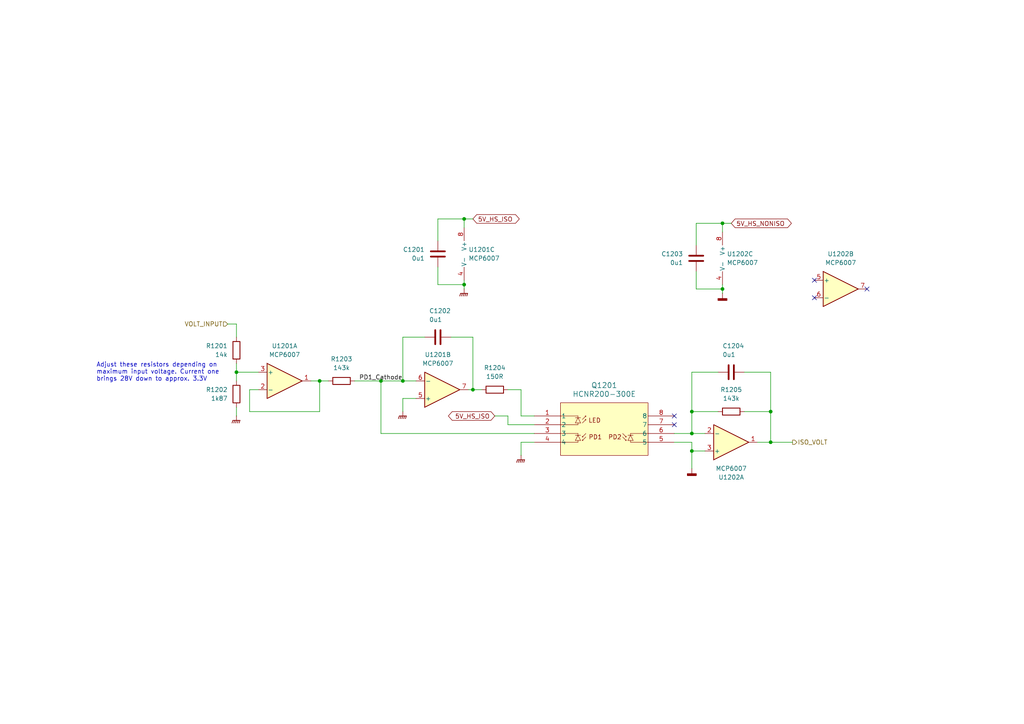
<source format=kicad_sch>
(kicad_sch
	(version 20231120)
	(generator "eeschema")
	(generator_version "8.0")
	(uuid "3402f021-a70c-4bbf-af85-66fae1cb6c7d")
	(paper "A4")
	(title_block
		(rev "V1")
		(company "EcoCar")
	)
	(lib_symbols
		(symbol "Device:C"
			(pin_numbers hide)
			(pin_names
				(offset 0.254)
			)
			(exclude_from_sim no)
			(in_bom yes)
			(on_board yes)
			(property "Reference" "C"
				(at 0.635 2.54 0)
				(effects
					(font
						(size 1.27 1.27)
					)
					(justify left)
				)
			)
			(property "Value" "C"
				(at 0.635 -2.54 0)
				(effects
					(font
						(size 1.27 1.27)
					)
					(justify left)
				)
			)
			(property "Footprint" ""
				(at 0.9652 -3.81 0)
				(effects
					(font
						(size 1.27 1.27)
					)
					(hide yes)
				)
			)
			(property "Datasheet" "~"
				(at 0 0 0)
				(effects
					(font
						(size 1.27 1.27)
					)
					(hide yes)
				)
			)
			(property "Description" "Unpolarized capacitor"
				(at 0 0 0)
				(effects
					(font
						(size 1.27 1.27)
					)
					(hide yes)
				)
			)
			(property "ki_keywords" "cap capacitor"
				(at 0 0 0)
				(effects
					(font
						(size 1.27 1.27)
					)
					(hide yes)
				)
			)
			(property "ki_fp_filters" "C_*"
				(at 0 0 0)
				(effects
					(font
						(size 1.27 1.27)
					)
					(hide yes)
				)
			)
			(symbol "C_0_1"
				(polyline
					(pts
						(xy -2.032 -0.762) (xy 2.032 -0.762)
					)
					(stroke
						(width 0.508)
						(type default)
					)
					(fill
						(type none)
					)
				)
				(polyline
					(pts
						(xy -2.032 0.762) (xy 2.032 0.762)
					)
					(stroke
						(width 0.508)
						(type default)
					)
					(fill
						(type none)
					)
				)
			)
			(symbol "C_1_1"
				(pin passive line
					(at 0 3.81 270)
					(length 2.794)
					(name "~"
						(effects
							(font
								(size 1.27 1.27)
							)
						)
					)
					(number "1"
						(effects
							(font
								(size 1.27 1.27)
							)
						)
					)
				)
				(pin passive line
					(at 0 -3.81 90)
					(length 2.794)
					(name "~"
						(effects
							(font
								(size 1.27 1.27)
							)
						)
					)
					(number "2"
						(effects
							(font
								(size 1.27 1.27)
							)
						)
					)
				)
			)
		)
		(symbol "Device:R"
			(pin_numbers hide)
			(pin_names
				(offset 0)
			)
			(exclude_from_sim no)
			(in_bom yes)
			(on_board yes)
			(property "Reference" "R"
				(at 2.032 0 90)
				(effects
					(font
						(size 1.27 1.27)
					)
				)
			)
			(property "Value" "R"
				(at 0 0 90)
				(effects
					(font
						(size 1.27 1.27)
					)
				)
			)
			(property "Footprint" ""
				(at -1.778 0 90)
				(effects
					(font
						(size 1.27 1.27)
					)
					(hide yes)
				)
			)
			(property "Datasheet" "~"
				(at 0 0 0)
				(effects
					(font
						(size 1.27 1.27)
					)
					(hide yes)
				)
			)
			(property "Description" "Resistor"
				(at 0 0 0)
				(effects
					(font
						(size 1.27 1.27)
					)
					(hide yes)
				)
			)
			(property "ki_keywords" "R res resistor"
				(at 0 0 0)
				(effects
					(font
						(size 1.27 1.27)
					)
					(hide yes)
				)
			)
			(property "ki_fp_filters" "R_*"
				(at 0 0 0)
				(effects
					(font
						(size 1.27 1.27)
					)
					(hide yes)
				)
			)
			(symbol "R_0_1"
				(rectangle
					(start -1.016 -2.54)
					(end 1.016 2.54)
					(stroke
						(width 0.254)
						(type default)
					)
					(fill
						(type none)
					)
				)
			)
			(symbol "R_1_1"
				(pin passive line
					(at 0 3.81 270)
					(length 1.27)
					(name "~"
						(effects
							(font
								(size 1.27 1.27)
							)
						)
					)
					(number "1"
						(effects
							(font
								(size 1.27 1.27)
							)
						)
					)
				)
				(pin passive line
					(at 0 -3.81 90)
					(length 1.27)
					(name "~"
						(effects
							(font
								(size 1.27 1.27)
							)
						)
					)
					(number "2"
						(effects
							(font
								(size 1.27 1.27)
							)
						)
					)
				)
			)
		)
		(symbol "ecocad_lib_symbols:HCNR200-300E"
			(pin_names
				(offset 0.254)
			)
			(exclude_from_sim no)
			(in_bom yes)
			(on_board yes)
			(property "Reference" "Q"
				(at 20.32 10.16 0)
				(effects
					(font
						(size 1.524 1.524)
					)
				)
			)
			(property "Value" "HCNR200-300E"
				(at 20.32 7.62 0)
				(effects
					(font
						(size 1.524 1.524)
					)
				)
			)
			(property "Footprint" "ecocad_lib_footprints:HCNR200-300E"
				(at -0.508 7.112 0)
				(effects
					(font
						(size 1.27 1.27)
						(italic yes)
					)
					(hide yes)
				)
			)
			(property "Datasheet" "https://docs.broadcom.com/doc/HCNR200-HCNR201-High-Linearity-Analog-Optocouplers-DS"
				(at -0.508 7.112 0)
				(effects
					(font
						(size 1.27 1.27)
						(italic yes)
					)
					(hide yes)
				)
			)
			(property "Description" ""
				(at 0 0 0)
				(effects
					(font
						(size 1.27 1.27)
					)
					(hide yes)
				)
			)
			(property "ki_keywords" "HCNR200-300E"
				(at 0 0 0)
				(effects
					(font
						(size 1.27 1.27)
					)
					(hide yes)
				)
			)
			(property "ki_fp_filters" "HCNR200-300E HCNR200-300E-M HCNR200-300E-L"
				(at 0 0 0)
				(effects
					(font
						(size 1.27 1.27)
					)
					(hide yes)
				)
			)
			(symbol "HCNR200-300E_0_1"
				(polyline
					(pts
						(xy 7.62 -7.62) (xy 12.7 -7.62)
					)
					(stroke
						(width 0.127)
						(type default)
					)
					(fill
						(type none)
					)
				)
				(polyline
					(pts
						(xy 7.62 -5.08) (xy 12.7 -5.08)
					)
					(stroke
						(width 0.127)
						(type default)
					)
					(fill
						(type none)
					)
				)
				(polyline
					(pts
						(xy 7.62 -2.54) (xy 12.7 -2.54)
					)
					(stroke
						(width 0.127)
						(type default)
					)
					(fill
						(type none)
					)
				)
				(polyline
					(pts
						(xy 7.62 0) (xy 12.7 0)
					)
					(stroke
						(width 0.127)
						(type default)
					)
					(fill
						(type none)
					)
				)
				(polyline
					(pts
						(xy 11.938 -7.112) (xy 13.462 -7.112)
					)
					(stroke
						(width 0.127)
						(type default)
					)
					(fill
						(type none)
					)
				)
				(polyline
					(pts
						(xy 11.938 -5.588) (xy 13.462 -5.588)
					)
					(stroke
						(width 0.127)
						(type default)
					)
					(fill
						(type none)
					)
				)
				(polyline
					(pts
						(xy 11.938 -2.032) (xy 13.462 -2.032)
					)
					(stroke
						(width 0.127)
						(type default)
					)
					(fill
						(type none)
					)
				)
				(polyline
					(pts
						(xy 11.938 -0.508) (xy 13.462 -0.508)
					)
					(stroke
						(width 0.127)
						(type default)
					)
					(fill
						(type none)
					)
				)
				(polyline
					(pts
						(xy 12.7 -7.112) (xy 12.7 -7.62)
					)
					(stroke
						(width 0.127)
						(type default)
					)
					(fill
						(type none)
					)
				)
				(polyline
					(pts
						(xy 12.7 -5.588) (xy 11.938 -7.112)
					)
					(stroke
						(width 0.127)
						(type default)
					)
					(fill
						(type none)
					)
				)
				(polyline
					(pts
						(xy 12.7 -5.08) (xy 12.7 -5.588)
					)
					(stroke
						(width 0.127)
						(type default)
					)
					(fill
						(type none)
					)
				)
				(polyline
					(pts
						(xy 12.7 -2.032) (xy 12.7 -2.54)
					)
					(stroke
						(width 0.127)
						(type default)
					)
					(fill
						(type none)
					)
				)
				(polyline
					(pts
						(xy 12.7 -0.508) (xy 11.938 -2.032)
					)
					(stroke
						(width 0.127)
						(type default)
					)
					(fill
						(type none)
					)
				)
				(polyline
					(pts
						(xy 12.7 0) (xy 12.7 -0.508)
					)
					(stroke
						(width 0.127)
						(type default)
					)
					(fill
						(type none)
					)
				)
				(polyline
					(pts
						(xy 13.462 -7.112) (xy 12.7 -5.588)
					)
					(stroke
						(width 0.127)
						(type default)
					)
					(fill
						(type none)
					)
				)
				(polyline
					(pts
						(xy 13.462 -2.032) (xy 12.7 -0.508)
					)
					(stroke
						(width 0.127)
						(type default)
					)
					(fill
						(type none)
					)
				)
				(polyline
					(pts
						(xy 13.97 -7.112) (xy 13.97 -6.858)
					)
					(stroke
						(width 0.127)
						(type default)
					)
					(fill
						(type none)
					)
				)
				(polyline
					(pts
						(xy 13.97 -7.112) (xy 14.224 -7.112)
					)
					(stroke
						(width 0.127)
						(type default)
					)
					(fill
						(type none)
					)
				)
				(polyline
					(pts
						(xy 13.97 -6.096) (xy 13.97 -5.842)
					)
					(stroke
						(width 0.127)
						(type default)
					)
					(fill
						(type none)
					)
				)
				(polyline
					(pts
						(xy 13.97 -6.096) (xy 14.224 -6.096)
					)
					(stroke
						(width 0.127)
						(type default)
					)
					(fill
						(type none)
					)
				)
				(polyline
					(pts
						(xy 13.97 -2.032) (xy 14.986 -1.016)
					)
					(stroke
						(width 0.127)
						(type default)
					)
					(fill
						(type none)
					)
				)
				(polyline
					(pts
						(xy 13.97 -1.016) (xy 14.986 0)
					)
					(stroke
						(width 0.127)
						(type default)
					)
					(fill
						(type none)
					)
				)
				(polyline
					(pts
						(xy 14.986 -6.096) (xy 13.97 -7.112)
					)
					(stroke
						(width 0.127)
						(type default)
					)
					(fill
						(type none)
					)
				)
				(polyline
					(pts
						(xy 14.986 -5.08) (xy 13.97 -6.096)
					)
					(stroke
						(width 0.127)
						(type default)
					)
					(fill
						(type none)
					)
				)
				(polyline
					(pts
						(xy 14.986 -1.016) (xy 14.732 -1.016)
					)
					(stroke
						(width 0.127)
						(type default)
					)
					(fill
						(type none)
					)
				)
				(polyline
					(pts
						(xy 14.986 -1.016) (xy 14.986 -1.27)
					)
					(stroke
						(width 0.127)
						(type default)
					)
					(fill
						(type none)
					)
				)
				(polyline
					(pts
						(xy 14.986 0) (xy 14.732 0)
					)
					(stroke
						(width 0.127)
						(type default)
					)
					(fill
						(type none)
					)
				)
				(polyline
					(pts
						(xy 14.986 0) (xy 14.986 -0.254)
					)
					(stroke
						(width 0.127)
						(type default)
					)
					(fill
						(type none)
					)
				)
				(polyline
					(pts
						(xy 25.654 -6.096) (xy 26.67 -7.112)
					)
					(stroke
						(width 0.127)
						(type default)
					)
					(fill
						(type none)
					)
				)
				(polyline
					(pts
						(xy 25.654 -5.08) (xy 26.67 -6.096)
					)
					(stroke
						(width 0.127)
						(type default)
					)
					(fill
						(type none)
					)
				)
				(polyline
					(pts
						(xy 26.67 -7.112) (xy 26.416 -7.112)
					)
					(stroke
						(width 0.127)
						(type default)
					)
					(fill
						(type none)
					)
				)
				(polyline
					(pts
						(xy 26.67 -7.112) (xy 26.67 -6.858)
					)
					(stroke
						(width 0.127)
						(type default)
					)
					(fill
						(type none)
					)
				)
				(polyline
					(pts
						(xy 26.67 -6.096) (xy 26.416 -6.096)
					)
					(stroke
						(width 0.127)
						(type default)
					)
					(fill
						(type none)
					)
				)
				(polyline
					(pts
						(xy 26.67 -6.096) (xy 26.67 -5.842)
					)
					(stroke
						(width 0.127)
						(type default)
					)
					(fill
						(type none)
					)
				)
				(polyline
					(pts
						(xy 27.178 -7.112) (xy 27.94 -5.588)
					)
					(stroke
						(width 0.127)
						(type default)
					)
					(fill
						(type none)
					)
				)
				(polyline
					(pts
						(xy 27.94 -7.112) (xy 27.94 -7.62)
					)
					(stroke
						(width 0.127)
						(type default)
					)
					(fill
						(type none)
					)
				)
				(polyline
					(pts
						(xy 27.94 -5.588) (xy 28.702 -7.112)
					)
					(stroke
						(width 0.127)
						(type default)
					)
					(fill
						(type none)
					)
				)
				(polyline
					(pts
						(xy 27.94 -5.08) (xy 27.94 -5.588)
					)
					(stroke
						(width 0.127)
						(type default)
					)
					(fill
						(type none)
					)
				)
				(polyline
					(pts
						(xy 28.702 -7.112) (xy 27.178 -7.112)
					)
					(stroke
						(width 0.127)
						(type default)
					)
					(fill
						(type none)
					)
				)
				(polyline
					(pts
						(xy 28.702 -5.588) (xy 27.178 -5.588)
					)
					(stroke
						(width 0.127)
						(type default)
					)
					(fill
						(type none)
					)
				)
				(polyline
					(pts
						(xy 33.02 -7.62) (xy 27.94 -7.62)
					)
					(stroke
						(width 0.127)
						(type default)
					)
					(fill
						(type none)
					)
				)
				(polyline
					(pts
						(xy 33.02 -5.08) (xy 27.94 -5.08)
					)
					(stroke
						(width 0.127)
						(type default)
					)
					(fill
						(type none)
					)
				)
				(pin unspecified line
					(at 0 0 0)
					(length 7.62)
					(name "1"
						(effects
							(font
								(size 1.27 1.27)
							)
						)
					)
					(number "1"
						(effects
							(font
								(size 1.27 1.27)
							)
						)
					)
				)
				(pin unspecified line
					(at 0 -2.54 0)
					(length 7.62)
					(name "2"
						(effects
							(font
								(size 1.27 1.27)
							)
						)
					)
					(number "2"
						(effects
							(font
								(size 1.27 1.27)
							)
						)
					)
				)
				(pin unspecified line
					(at 0 -5.08 0)
					(length 7.62)
					(name "3"
						(effects
							(font
								(size 1.27 1.27)
							)
						)
					)
					(number "3"
						(effects
							(font
								(size 1.27 1.27)
							)
						)
					)
				)
				(pin unspecified line
					(at 0 -7.62 0)
					(length 7.62)
					(name "4"
						(effects
							(font
								(size 1.27 1.27)
							)
						)
					)
					(number "4"
						(effects
							(font
								(size 1.27 1.27)
							)
						)
					)
				)
				(pin unspecified line
					(at 40.64 -7.62 180)
					(length 7.62)
					(name "5"
						(effects
							(font
								(size 1.27 1.27)
							)
						)
					)
					(number "5"
						(effects
							(font
								(size 1.27 1.27)
							)
						)
					)
				)
				(pin unspecified line
					(at 40.64 -5.08 180)
					(length 7.62)
					(name "6"
						(effects
							(font
								(size 1.27 1.27)
							)
						)
					)
					(number "6"
						(effects
							(font
								(size 1.27 1.27)
							)
						)
					)
				)
				(pin unspecified line
					(at 40.64 -2.54 180)
					(length 7.62)
					(name "7"
						(effects
							(font
								(size 1.27 1.27)
							)
						)
					)
					(number "7"
						(effects
							(font
								(size 1.27 1.27)
							)
						)
					)
				)
				(pin unspecified line
					(at 40.64 0 180)
					(length 7.62)
					(name "8"
						(effects
							(font
								(size 1.27 1.27)
							)
						)
					)
					(number "8"
						(effects
							(font
								(size 1.27 1.27)
							)
						)
					)
				)
			)
			(symbol "HCNR200-300E_1_1"
				(rectangle
					(start 7.62 3.81)
					(end 33.02 -11.43)
					(stroke
						(width 0)
						(type default)
					)
					(fill
						(type background)
					)
				)
				(text "LED"
					(at 17.526 -1.27 0)
					(effects
						(font
							(size 1.27 1.27)
						)
					)
				)
				(text "PD1  PD2"
					(at 20.574 -6.096 0)
					(effects
						(font
							(size 1.27 1.27)
						)
					)
				)
			)
		)
		(symbol "ecocad_lib_symbols:MCP6007"
			(pin_names
				(offset 0.127)
			)
			(exclude_from_sim no)
			(in_bom yes)
			(on_board yes)
			(property "Reference" "U"
				(at 0 5.08 0)
				(effects
					(font
						(size 1.27 1.27)
					)
					(justify left)
				)
			)
			(property "Value" "MCP6007"
				(at 0 -5.08 0)
				(effects
					(font
						(size 1.27 1.27)
					)
					(justify left)
				)
			)
			(property "Footprint" "Package_SO:SOIC-8_3.9x4.9mm_P1.27mm"
				(at 0 0 0)
				(effects
					(font
						(size 1.27 1.27)
					)
					(hide yes)
				)
			)
			(property "Datasheet" "https://ww1.microchip.com/downloads/aemDocuments/documents/APID/ProductDocuments/DataSheets/MCP6006-6R-6U-7-9-Data-Sheet-20006411B.pdf"
				(at 0 0 0)
				(effects
					(font
						(size 1.27 1.27)
					)
					(hide yes)
				)
			)
			(property "Description" "Dual Operational Amplifiers, DIP-8/SOIC-8/TSSOP-8/VSSOP-8"
				(at 0 0 0)
				(effects
					(font
						(size 1.27 1.27)
					)
					(hide yes)
				)
			)
			(property "ki_locked" ""
				(at 0 0 0)
				(effects
					(font
						(size 1.27 1.27)
					)
				)
			)
			(property "ki_keywords" "dual opamp"
				(at 0 0 0)
				(effects
					(font
						(size 1.27 1.27)
					)
					(hide yes)
				)
			)
			(property "ki_fp_filters" "SOIC*3.9x4.9mm*P1.27mm* DIP*W7.62mm* TO*99* OnSemi*Micro8* TSSOP*3x3mm*P0.65mm* TSSOP*4.4x3mm*P0.65mm* MSOP*3x3mm*P0.65mm* SSOP*3.9x4.9mm*P0.635mm* LFCSP*2x2mm*P0.5mm* *SIP* SOIC*5.3x6.2mm*P1.27mm*"
				(at 0 0 0)
				(effects
					(font
						(size 1.27 1.27)
					)
					(hide yes)
				)
			)
			(symbol "MCP6007_1_1"
				(polyline
					(pts
						(xy -5.08 5.08) (xy 5.08 0) (xy -5.08 -5.08) (xy -5.08 5.08)
					)
					(stroke
						(width 0.254)
						(type default)
					)
					(fill
						(type background)
					)
				)
				(pin output line
					(at 7.62 0 180)
					(length 2.54)
					(name "~"
						(effects
							(font
								(size 1.27 1.27)
							)
						)
					)
					(number "1"
						(effects
							(font
								(size 1.27 1.27)
							)
						)
					)
				)
				(pin input line
					(at -7.62 -2.54 0)
					(length 2.54)
					(name "-"
						(effects
							(font
								(size 1.27 1.27)
							)
						)
					)
					(number "2"
						(effects
							(font
								(size 1.27 1.27)
							)
						)
					)
				)
				(pin input line
					(at -7.62 2.54 0)
					(length 2.54)
					(name "+"
						(effects
							(font
								(size 1.27 1.27)
							)
						)
					)
					(number "3"
						(effects
							(font
								(size 1.27 1.27)
							)
						)
					)
				)
			)
			(symbol "MCP6007_2_1"
				(polyline
					(pts
						(xy -5.08 5.08) (xy 5.08 0) (xy -5.08 -5.08) (xy -5.08 5.08)
					)
					(stroke
						(width 0.254)
						(type default)
					)
					(fill
						(type background)
					)
				)
				(pin input line
					(at -7.62 2.54 0)
					(length 2.54)
					(name "+"
						(effects
							(font
								(size 1.27 1.27)
							)
						)
					)
					(number "5"
						(effects
							(font
								(size 1.27 1.27)
							)
						)
					)
				)
				(pin input line
					(at -7.62 -2.54 0)
					(length 2.54)
					(name "-"
						(effects
							(font
								(size 1.27 1.27)
							)
						)
					)
					(number "6"
						(effects
							(font
								(size 1.27 1.27)
							)
						)
					)
				)
				(pin output line
					(at 7.62 0 180)
					(length 2.54)
					(name "~"
						(effects
							(font
								(size 1.27 1.27)
							)
						)
					)
					(number "7"
						(effects
							(font
								(size 1.27 1.27)
							)
						)
					)
				)
			)
			(symbol "MCP6007_3_1"
				(pin power_in line
					(at -2.54 -7.62 90)
					(length 3.81)
					(name "V-"
						(effects
							(font
								(size 1.27 1.27)
							)
						)
					)
					(number "4"
						(effects
							(font
								(size 1.27 1.27)
							)
						)
					)
				)
				(pin power_in line
					(at -2.54 7.62 270)
					(length 3.81)
					(name "V+"
						(effects
							(font
								(size 1.27 1.27)
							)
						)
					)
					(number "8"
						(effects
							(font
								(size 1.27 1.27)
							)
						)
					)
				)
			)
		)
		(symbol "power:GNDD"
			(power)
			(pin_numbers hide)
			(pin_names
				(offset 0) hide)
			(exclude_from_sim no)
			(in_bom yes)
			(on_board yes)
			(property "Reference" "#PWR"
				(at 0 -6.35 0)
				(effects
					(font
						(size 1.27 1.27)
					)
					(hide yes)
				)
			)
			(property "Value" "GNDD"
				(at 0 -3.175 0)
				(effects
					(font
						(size 1.27 1.27)
					)
				)
			)
			(property "Footprint" ""
				(at 0 0 0)
				(effects
					(font
						(size 1.27 1.27)
					)
					(hide yes)
				)
			)
			(property "Datasheet" ""
				(at 0 0 0)
				(effects
					(font
						(size 1.27 1.27)
					)
					(hide yes)
				)
			)
			(property "Description" "Power symbol creates a global label with name \"GNDD\" , digital ground"
				(at 0 0 0)
				(effects
					(font
						(size 1.27 1.27)
					)
					(hide yes)
				)
			)
			(property "ki_keywords" "global power"
				(at 0 0 0)
				(effects
					(font
						(size 1.27 1.27)
					)
					(hide yes)
				)
			)
			(symbol "GNDD_0_1"
				(rectangle
					(start -1.27 -1.524)
					(end 1.27 -2.032)
					(stroke
						(width 0.254)
						(type default)
					)
					(fill
						(type outline)
					)
				)
				(polyline
					(pts
						(xy 0 0) (xy 0 -1.524)
					)
					(stroke
						(width 0)
						(type default)
					)
					(fill
						(type none)
					)
				)
			)
			(symbol "GNDD_1_1"
				(pin power_in line
					(at 0 0 270)
					(length 0)
					(name "~"
						(effects
							(font
								(size 1.27 1.27)
							)
						)
					)
					(number "1"
						(effects
							(font
								(size 1.27 1.27)
							)
						)
					)
				)
			)
		)
		(symbol "power:GNDPWR"
			(power)
			(pin_numbers hide)
			(pin_names
				(offset 0) hide)
			(exclude_from_sim no)
			(in_bom yes)
			(on_board yes)
			(property "Reference" "#PWR"
				(at 0 -5.08 0)
				(effects
					(font
						(size 1.27 1.27)
					)
					(hide yes)
				)
			)
			(property "Value" "GNDPWR"
				(at 0 -3.302 0)
				(effects
					(font
						(size 1.27 1.27)
					)
				)
			)
			(property "Footprint" ""
				(at 0 -1.27 0)
				(effects
					(font
						(size 1.27 1.27)
					)
					(hide yes)
				)
			)
			(property "Datasheet" ""
				(at 0 -1.27 0)
				(effects
					(font
						(size 1.27 1.27)
					)
					(hide yes)
				)
			)
			(property "Description" "Power symbol creates a global label with name \"GNDPWR\" , global ground"
				(at 0 0 0)
				(effects
					(font
						(size 1.27 1.27)
					)
					(hide yes)
				)
			)
			(property "ki_keywords" "global ground"
				(at 0 0 0)
				(effects
					(font
						(size 1.27 1.27)
					)
					(hide yes)
				)
			)
			(symbol "GNDPWR_0_1"
				(polyline
					(pts
						(xy 0 -1.27) (xy 0 0)
					)
					(stroke
						(width 0)
						(type default)
					)
					(fill
						(type none)
					)
				)
				(polyline
					(pts
						(xy -1.016 -1.27) (xy -1.27 -2.032) (xy -1.27 -2.032)
					)
					(stroke
						(width 0.2032)
						(type default)
					)
					(fill
						(type none)
					)
				)
				(polyline
					(pts
						(xy -0.508 -1.27) (xy -0.762 -2.032) (xy -0.762 -2.032)
					)
					(stroke
						(width 0.2032)
						(type default)
					)
					(fill
						(type none)
					)
				)
				(polyline
					(pts
						(xy 0 -1.27) (xy -0.254 -2.032) (xy -0.254 -2.032)
					)
					(stroke
						(width 0.2032)
						(type default)
					)
					(fill
						(type none)
					)
				)
				(polyline
					(pts
						(xy 0.508 -1.27) (xy 0.254 -2.032) (xy 0.254 -2.032)
					)
					(stroke
						(width 0.2032)
						(type default)
					)
					(fill
						(type none)
					)
				)
				(polyline
					(pts
						(xy 1.016 -1.27) (xy -1.016 -1.27) (xy -1.016 -1.27)
					)
					(stroke
						(width 0.2032)
						(type default)
					)
					(fill
						(type none)
					)
				)
				(polyline
					(pts
						(xy 1.016 -1.27) (xy 0.762 -2.032) (xy 0.762 -2.032) (xy 0.762 -2.032)
					)
					(stroke
						(width 0.2032)
						(type default)
					)
					(fill
						(type none)
					)
				)
			)
			(symbol "GNDPWR_1_1"
				(pin power_in line
					(at 0 0 270)
					(length 0)
					(name "~"
						(effects
							(font
								(size 1.27 1.27)
							)
						)
					)
					(number "1"
						(effects
							(font
								(size 1.27 1.27)
							)
						)
					)
				)
			)
		)
	)
	(junction
		(at 110.49 110.49)
		(diameter 0)
		(color 0 0 0 0)
		(uuid "2396d332-d8ea-4043-920d-d845278bc3a8")
	)
	(junction
		(at 209.55 64.77)
		(diameter 0)
		(color 0 0 0 0)
		(uuid "3eb404a9-29a6-4d83-b840-158a8e16fef5")
	)
	(junction
		(at 200.66 125.73)
		(diameter 0)
		(color 0 0 0 0)
		(uuid "5d7db7c6-c30a-425b-b806-8286fff4b564")
	)
	(junction
		(at 200.66 119.38)
		(diameter 0)
		(color 0 0 0 0)
		(uuid "66ba7796-f4f2-4d41-a7c9-352fe118e5cd")
	)
	(junction
		(at 137.16 113.03)
		(diameter 0)
		(color 0 0 0 0)
		(uuid "7f1c6d4e-69fc-4456-b9c9-bcb15a46bf47")
	)
	(junction
		(at 223.52 128.27)
		(diameter 0)
		(color 0 0 0 0)
		(uuid "816f9072-af76-4f48-9500-05893be094bb")
	)
	(junction
		(at 209.55 83.82)
		(diameter 0)
		(color 0 0 0 0)
		(uuid "849ff8b8-116c-46d5-939b-e677fef71858")
	)
	(junction
		(at 134.62 82.55)
		(diameter 0)
		(color 0 0 0 0)
		(uuid "85b375f2-c6ca-4c15-a8d4-7e723bf29444")
	)
	(junction
		(at 223.52 119.38)
		(diameter 0)
		(color 0 0 0 0)
		(uuid "8633744e-7d4e-4f99-ac1c-316d5f39a4ef")
	)
	(junction
		(at 116.84 110.49)
		(diameter 0)
		(color 0 0 0 0)
		(uuid "8ecc6545-eaed-4e27-a0ca-fe8d95b68df1")
	)
	(junction
		(at 92.71 110.49)
		(diameter 0)
		(color 0 0 0 0)
		(uuid "96d23be8-1216-4528-a6e0-0e6c4ea6cb42")
	)
	(junction
		(at 134.62 63.5)
		(diameter 0)
		(color 0 0 0 0)
		(uuid "a4b89b4c-a836-48fa-b524-dbec5a3cf14e")
	)
	(junction
		(at 68.58 107.95)
		(diameter 0)
		(color 0 0 0 0)
		(uuid "d35e06b4-3273-44e0-bb72-a675f2cefaae")
	)
	(junction
		(at 200.66 130.81)
		(diameter 0)
		(color 0 0 0 0)
		(uuid "f7ce8419-a85b-45e3-a4bc-af335af549a6")
	)
	(no_connect
		(at 195.58 120.65)
		(uuid "3edebeda-4a84-4713-83d2-9e727e82d600")
	)
	(no_connect
		(at 195.58 123.19)
		(uuid "80ba6eb2-6bc7-46ad-890e-a397c2890192")
	)
	(no_connect
		(at 251.46 83.82)
		(uuid "93fcd90b-bd14-434a-8e8c-543c751a7ad8")
	)
	(no_connect
		(at 236.22 81.28)
		(uuid "aa0be16f-8a16-426a-b10e-97d8c0fcba06")
	)
	(no_connect
		(at 236.22 86.36)
		(uuid "e715136e-97aa-46e3-a5c8-13d35033f21c")
	)
	(wire
		(pts
			(xy 110.49 110.49) (xy 116.84 110.49)
		)
		(stroke
			(width 0)
			(type default)
		)
		(uuid "01aaa67b-9566-4cdd-a9f5-d246d0f829c8")
	)
	(wire
		(pts
			(xy 212.09 64.77) (xy 209.55 64.77)
		)
		(stroke
			(width 0)
			(type default)
		)
		(uuid "057d553a-259f-46b8-b657-97dee7a03db0")
	)
	(wire
		(pts
			(xy 72.39 119.38) (xy 92.71 119.38)
		)
		(stroke
			(width 0)
			(type default)
		)
		(uuid "0a501e4f-f263-4e7d-97c9-e89f39942594")
	)
	(wire
		(pts
			(xy 201.93 78.74) (xy 201.93 83.82)
		)
		(stroke
			(width 0)
			(type default)
		)
		(uuid "0a639b84-b60b-4b3e-ba66-06eec4794371")
	)
	(wire
		(pts
			(xy 72.39 113.03) (xy 72.39 119.38)
		)
		(stroke
			(width 0)
			(type default)
		)
		(uuid "0dbdea74-73a9-4169-a013-65f4d8f50398")
	)
	(wire
		(pts
			(xy 200.66 119.38) (xy 200.66 107.95)
		)
		(stroke
			(width 0)
			(type default)
		)
		(uuid "1350122c-91c9-481f-9618-6a27264d0993")
	)
	(wire
		(pts
			(xy 116.84 110.49) (xy 120.65 110.49)
		)
		(stroke
			(width 0)
			(type default)
		)
		(uuid "1e4f4516-9093-4ecc-976f-6eae744b09b8")
	)
	(wire
		(pts
			(xy 147.32 120.65) (xy 147.32 123.19)
		)
		(stroke
			(width 0)
			(type default)
		)
		(uuid "2346a63b-8e0e-4680-bdd5-fee46cf9ff41")
	)
	(wire
		(pts
			(xy 74.93 113.03) (xy 72.39 113.03)
		)
		(stroke
			(width 0)
			(type default)
		)
		(uuid "28bf0871-ce66-41c1-b5c6-ea80501da3e4")
	)
	(wire
		(pts
			(xy 201.93 71.12) (xy 201.93 64.77)
		)
		(stroke
			(width 0)
			(type default)
		)
		(uuid "2f2531e3-2a73-4408-9023-628a830a529f")
	)
	(wire
		(pts
			(xy 147.32 123.19) (xy 154.94 123.19)
		)
		(stroke
			(width 0)
			(type default)
		)
		(uuid "332479f9-03bb-40c6-8946-0f31afaa9277")
	)
	(wire
		(pts
			(xy 200.66 107.95) (xy 208.28 107.95)
		)
		(stroke
			(width 0)
			(type default)
		)
		(uuid "342efbb6-804f-44d8-b837-2ff26dd74fe8")
	)
	(wire
		(pts
			(xy 92.71 119.38) (xy 92.71 110.49)
		)
		(stroke
			(width 0)
			(type default)
		)
		(uuid "35ec28ba-eb99-4723-a780-4ecdba55f3d5")
	)
	(wire
		(pts
			(xy 151.13 128.27) (xy 151.13 132.08)
		)
		(stroke
			(width 0)
			(type default)
		)
		(uuid "3744ddc5-cff2-4681-a243-2cefab46d8a2")
	)
	(wire
		(pts
			(xy 200.66 119.38) (xy 208.28 119.38)
		)
		(stroke
			(width 0)
			(type default)
		)
		(uuid "3fefc1ab-8147-48d7-8987-289b3b6cef4e")
	)
	(wire
		(pts
			(xy 68.58 107.95) (xy 74.93 107.95)
		)
		(stroke
			(width 0)
			(type default)
		)
		(uuid "402dab36-3515-4c3b-acee-b05d43a92900")
	)
	(wire
		(pts
			(xy 66.04 93.98) (xy 68.58 93.98)
		)
		(stroke
			(width 0)
			(type default)
		)
		(uuid "4489aabb-fde6-49d9-bb3e-6a7150d7fc9f")
	)
	(wire
		(pts
			(xy 116.84 97.79) (xy 116.84 110.49)
		)
		(stroke
			(width 0)
			(type default)
		)
		(uuid "475e6177-ae05-48a4-80c8-0e4f39e19183")
	)
	(wire
		(pts
			(xy 223.52 128.27) (xy 219.71 128.27)
		)
		(stroke
			(width 0)
			(type default)
		)
		(uuid "49f3ff36-b4b9-4e4f-9a02-66e66d5acdb2")
	)
	(wire
		(pts
			(xy 200.66 125.73) (xy 204.47 125.73)
		)
		(stroke
			(width 0)
			(type default)
		)
		(uuid "4db1d489-4d34-4b23-a12b-9df3e5ac965d")
	)
	(wire
		(pts
			(xy 110.49 125.73) (xy 154.94 125.73)
		)
		(stroke
			(width 0)
			(type default)
		)
		(uuid "52840945-cdd4-4a74-97e2-45304c24e76a")
	)
	(wire
		(pts
			(xy 195.58 125.73) (xy 200.66 125.73)
		)
		(stroke
			(width 0)
			(type default)
		)
		(uuid "550d41fc-f278-49c3-9194-1f45d50fbd45")
	)
	(wire
		(pts
			(xy 120.65 115.57) (xy 116.84 115.57)
		)
		(stroke
			(width 0)
			(type default)
		)
		(uuid "5856a6b9-e35d-43b4-93b3-6c5429d9c99a")
	)
	(wire
		(pts
			(xy 92.71 110.49) (xy 90.17 110.49)
		)
		(stroke
			(width 0)
			(type default)
		)
		(uuid "5858ddd5-f325-4f5e-b362-810dcbd0e73c")
	)
	(wire
		(pts
			(xy 127 69.85) (xy 127 63.5)
		)
		(stroke
			(width 0)
			(type default)
		)
		(uuid "58ad3872-f7d2-42a9-99d8-77fd08e7eed0")
	)
	(wire
		(pts
			(xy 209.55 64.77) (xy 209.55 67.31)
		)
		(stroke
			(width 0)
			(type default)
		)
		(uuid "66784f75-db69-4a77-affa-c084b7e8ecd1")
	)
	(wire
		(pts
			(xy 201.93 64.77) (xy 209.55 64.77)
		)
		(stroke
			(width 0)
			(type default)
		)
		(uuid "6ae7e01e-6cdd-4719-85ad-61ed793fa846")
	)
	(wire
		(pts
			(xy 147.32 113.03) (xy 151.13 113.03)
		)
		(stroke
			(width 0)
			(type default)
		)
		(uuid "6ed06755-7804-44a4-b7cd-53d4ee7f7529")
	)
	(wire
		(pts
			(xy 134.62 83.82) (xy 134.62 82.55)
		)
		(stroke
			(width 0)
			(type default)
		)
		(uuid "7174809c-3826-4d5a-a75e-44833f379c44")
	)
	(wire
		(pts
			(xy 201.93 83.82) (xy 209.55 83.82)
		)
		(stroke
			(width 0)
			(type default)
		)
		(uuid "7997668b-2bfb-4321-a34a-eac367285edd")
	)
	(wire
		(pts
			(xy 215.9 119.38) (xy 223.52 119.38)
		)
		(stroke
			(width 0)
			(type default)
		)
		(uuid "7c5a9b9f-6587-46d5-a59c-ce3e5f20ba8f")
	)
	(wire
		(pts
			(xy 68.58 118.11) (xy 68.58 120.65)
		)
		(stroke
			(width 0)
			(type default)
		)
		(uuid "7e750778-8120-476b-88d6-d9017aa883df")
	)
	(wire
		(pts
			(xy 209.55 83.82) (xy 209.55 82.55)
		)
		(stroke
			(width 0)
			(type default)
		)
		(uuid "7f86cb43-c48b-490b-a846-5933bf6d98ed")
	)
	(wire
		(pts
			(xy 223.52 128.27) (xy 229.87 128.27)
		)
		(stroke
			(width 0)
			(type default)
		)
		(uuid "7f963c3a-92a4-410b-84e5-09edd14f286c")
	)
	(wire
		(pts
			(xy 116.84 97.79) (xy 123.19 97.79)
		)
		(stroke
			(width 0)
			(type default)
		)
		(uuid "81b941ba-3e6b-438c-bbee-c3e6c242c2a5")
	)
	(wire
		(pts
			(xy 200.66 125.73) (xy 200.66 119.38)
		)
		(stroke
			(width 0)
			(type default)
		)
		(uuid "83aa0dd4-051d-4aa9-8b8c-8ccd77cf5b42")
	)
	(wire
		(pts
			(xy 134.62 82.55) (xy 134.62 81.28)
		)
		(stroke
			(width 0)
			(type default)
		)
		(uuid "8536987f-dad9-4c50-be1e-62f46e9487d2")
	)
	(wire
		(pts
			(xy 154.94 120.65) (xy 151.13 120.65)
		)
		(stroke
			(width 0)
			(type default)
		)
		(uuid "89cd2863-ec6d-4b5b-9f53-ac846a590ab2")
	)
	(wire
		(pts
			(xy 135.89 113.03) (xy 137.16 113.03)
		)
		(stroke
			(width 0)
			(type default)
		)
		(uuid "9149dff3-e289-4da4-b689-a7279e2c2e92")
	)
	(wire
		(pts
			(xy 127 77.47) (xy 127 82.55)
		)
		(stroke
			(width 0)
			(type default)
		)
		(uuid "938c7174-d123-4394-bf7e-4a716e3667ee")
	)
	(wire
		(pts
			(xy 154.94 128.27) (xy 151.13 128.27)
		)
		(stroke
			(width 0)
			(type default)
		)
		(uuid "97c8d044-4d11-4c90-b7ea-611d0a123bdc")
	)
	(wire
		(pts
			(xy 209.55 85.09) (xy 209.55 83.82)
		)
		(stroke
			(width 0)
			(type default)
		)
		(uuid "9c39f576-c0a6-4b93-a872-d4229948d0e2")
	)
	(wire
		(pts
			(xy 143.51 120.65) (xy 147.32 120.65)
		)
		(stroke
			(width 0)
			(type default)
		)
		(uuid "9def6651-572f-4f3e-b9a5-dced3ed0617b")
	)
	(wire
		(pts
			(xy 68.58 107.95) (xy 68.58 110.49)
		)
		(stroke
			(width 0)
			(type default)
		)
		(uuid "a05d6ec0-ff60-4b7e-af77-050f1791299e")
	)
	(wire
		(pts
			(xy 116.84 115.57) (xy 116.84 119.38)
		)
		(stroke
			(width 0)
			(type default)
		)
		(uuid "a2e27fa7-cadb-42c3-9bb3-d26e696257c7")
	)
	(wire
		(pts
			(xy 134.62 63.5) (xy 134.62 66.04)
		)
		(stroke
			(width 0)
			(type default)
		)
		(uuid "a69856fc-3b03-4b9f-b5ec-bb8967d93d75")
	)
	(wire
		(pts
			(xy 130.81 97.79) (xy 137.16 97.79)
		)
		(stroke
			(width 0)
			(type default)
		)
		(uuid "ac020d6d-5b95-48a0-8575-a3e486a68e11")
	)
	(wire
		(pts
			(xy 200.66 128.27) (xy 200.66 130.81)
		)
		(stroke
			(width 0)
			(type default)
		)
		(uuid "b2e5c9e0-3c1c-44ad-8305-1419ec8eb855")
	)
	(wire
		(pts
			(xy 200.66 130.81) (xy 200.66 135.89)
		)
		(stroke
			(width 0)
			(type default)
		)
		(uuid "b3f47b9c-0ffa-473e-92aa-ab41169a9b9f")
	)
	(wire
		(pts
			(xy 92.71 110.49) (xy 95.25 110.49)
		)
		(stroke
			(width 0)
			(type default)
		)
		(uuid "b46d8155-1297-4fba-a2b3-14c59b1f4a36")
	)
	(wire
		(pts
			(xy 127 63.5) (xy 134.62 63.5)
		)
		(stroke
			(width 0)
			(type default)
		)
		(uuid "b74406ed-e894-4580-9433-32415acf2ad8")
	)
	(wire
		(pts
			(xy 68.58 97.79) (xy 68.58 93.98)
		)
		(stroke
			(width 0)
			(type default)
		)
		(uuid "b8d9d4ef-d342-42ca-816d-c4e8f0a66731")
	)
	(wire
		(pts
			(xy 137.16 113.03) (xy 139.7 113.03)
		)
		(stroke
			(width 0)
			(type default)
		)
		(uuid "ce639e99-d733-4e1e-86ef-c947a421a0a1")
	)
	(wire
		(pts
			(xy 223.52 107.95) (xy 223.52 119.38)
		)
		(stroke
			(width 0)
			(type default)
		)
		(uuid "cfd374cf-c848-4fdf-81e0-42fc9c41809d")
	)
	(wire
		(pts
			(xy 137.16 97.79) (xy 137.16 113.03)
		)
		(stroke
			(width 0)
			(type default)
		)
		(uuid "d335660f-72b9-40d1-bdd1-66406653857f")
	)
	(wire
		(pts
			(xy 195.58 128.27) (xy 200.66 128.27)
		)
		(stroke
			(width 0)
			(type default)
		)
		(uuid "d9a935fa-56d4-4a47-a2f4-17a49d139c0a")
	)
	(wire
		(pts
			(xy 127 82.55) (xy 134.62 82.55)
		)
		(stroke
			(width 0)
			(type default)
		)
		(uuid "de844d95-3d75-4506-ad6d-8898160a7034")
	)
	(wire
		(pts
			(xy 215.9 107.95) (xy 223.52 107.95)
		)
		(stroke
			(width 0)
			(type default)
		)
		(uuid "deeb6b05-768d-4f87-bd72-9b6f901a201c")
	)
	(wire
		(pts
			(xy 110.49 125.73) (xy 110.49 110.49)
		)
		(stroke
			(width 0)
			(type default)
		)
		(uuid "e1473c6c-362b-40b6-86dc-363b89306963")
	)
	(wire
		(pts
			(xy 68.58 105.41) (xy 68.58 107.95)
		)
		(stroke
			(width 0)
			(type default)
		)
		(uuid "e3c20339-8768-471f-90ee-183192d052e5")
	)
	(wire
		(pts
			(xy 137.16 63.5) (xy 134.62 63.5)
		)
		(stroke
			(width 0)
			(type default)
		)
		(uuid "e7af047a-83ef-43f4-bc22-37cc28231a0f")
	)
	(wire
		(pts
			(xy 102.87 110.49) (xy 110.49 110.49)
		)
		(stroke
			(width 0)
			(type default)
		)
		(uuid "eaf720af-8017-4644-ad76-0e3ec84b1531")
	)
	(wire
		(pts
			(xy 200.66 130.81) (xy 204.47 130.81)
		)
		(stroke
			(width 0)
			(type default)
		)
		(uuid "f62bd525-25be-4503-9a4f-a7f545c47bb4")
	)
	(wire
		(pts
			(xy 151.13 113.03) (xy 151.13 120.65)
		)
		(stroke
			(width 0)
			(type default)
		)
		(uuid "f7fb3258-62e2-4ec9-9001-85ace6a7482e")
	)
	(wire
		(pts
			(xy 223.52 119.38) (xy 223.52 128.27)
		)
		(stroke
			(width 0)
			(type default)
		)
		(uuid "fcbfb1d1-ca5d-4868-a499-60aeb5cfc23b")
	)
	(text "Adjust these resistors depending on\nmaximum input voltage. Current one\nbrings 28V down to approx. 3.3V"
		(exclude_from_sim no)
		(at 27.94 107.95 0)
		(effects
			(font
				(size 1.27 1.27)
			)
			(justify left)
		)
		(uuid "d050265d-0a42-4a7c-b127-43794d9960f9")
	)
	(label "PD1_Cathode"
		(at 104.14 110.49 0)
		(fields_autoplaced yes)
		(effects
			(font
				(size 1.27 1.27)
			)
			(justify left bottom)
		)
		(uuid "b55192fc-8fe9-45f5-a9b9-79705da37c8b")
	)
	(global_label "5V_HS_ISO"
		(shape bidirectional)
		(at 143.51 120.65 180)
		(fields_autoplaced yes)
		(effects
			(font
				(size 1.27 1.27)
			)
			(justify right)
		)
		(uuid "31a64b90-86a1-4fbf-8be0-39e086b13a6e")
		(property "Intersheetrefs" "${INTERSHEET_REFS}"
			(at 129.4954 120.65 0)
			(effects
				(font
					(size 1.27 1.27)
				)
				(justify right)
				(hide yes)
			)
		)
	)
	(global_label "5V_HS_NONISO"
		(shape bidirectional)
		(at 212.09 64.77 0)
		(fields_autoplaced yes)
		(effects
			(font
				(size 1.27 1.27)
			)
			(justify left)
		)
		(uuid "7b4902ee-e622-4bd5-ad51-8d2fd25a9f5a")
		(property "Intersheetrefs" "${INTERSHEET_REFS}"
			(at 230.0961 64.77 0)
			(effects
				(font
					(size 1.27 1.27)
				)
				(justify left)
				(hide yes)
			)
		)
	)
	(global_label "5V_HS_ISO"
		(shape bidirectional)
		(at 137.16 63.5 0)
		(fields_autoplaced yes)
		(effects
			(font
				(size 1.27 1.27)
			)
			(justify left)
		)
		(uuid "f2612f55-cb59-45ea-9d9e-02f88177236e")
		(property "Intersheetrefs" "${INTERSHEET_REFS}"
			(at 151.1746 63.5 0)
			(effects
				(font
					(size 1.27 1.27)
				)
				(justify left)
				(hide yes)
			)
		)
	)
	(hierarchical_label "VOLT_INPUT"
		(shape input)
		(at 66.04 93.98 180)
		(fields_autoplaced yes)
		(effects
			(font
				(size 1.27 1.27)
			)
			(justify right)
		)
		(uuid "6d137393-e329-480b-9d52-99c344d75a57")
	)
	(hierarchical_label "ISO_VOLT"
		(shape output)
		(at 229.87 128.27 0)
		(fields_autoplaced yes)
		(effects
			(font
				(size 1.27 1.27)
			)
			(justify left)
		)
		(uuid "e694f02a-1467-4b25-957c-b1c1558c3f13")
	)
	(symbol
		(lib_id "Device:C")
		(at 212.09 107.95 90)
		(mirror x)
		(unit 1)
		(exclude_from_sim no)
		(in_bom yes)
		(on_board yes)
		(dnp no)
		(uuid "112201c3-3db5-4b94-b124-ab6e56632eb7")
		(property "Reference" "C1204"
			(at 209.55 100.33 90)
			(effects
				(font
					(size 1.27 1.27)
				)
				(justify right)
			)
		)
		(property "Value" "0u1"
			(at 209.55 102.87 90)
			(effects
				(font
					(size 1.27 1.27)
				)
				(justify right)
			)
		)
		(property "Footprint" "Capacitor_SMD:C_0603_1608Metric"
			(at 215.9 108.9152 0)
			(effects
				(font
					(size 1.27 1.27)
				)
				(hide yes)
			)
		)
		(property "Datasheet" "~"
			(at 212.09 107.95 0)
			(effects
				(font
					(size 1.27 1.27)
				)
				(hide yes)
			)
		)
		(property "Description" "Unpolarized capacitor"
			(at 212.09 107.95 0)
			(effects
				(font
					(size 1.27 1.27)
				)
				(hide yes)
			)
		)
		(pin "1"
			(uuid "b47a0753-4771-427c-98a3-7baf4071eb0f")
		)
		(pin "2"
			(uuid "2690228d-5d89-4b59-8e96-d7a883a9841a")
		)
		(instances
			(project "FET-Board-V1"
				(path "/49eeaae5-d819-4258-b051-773c4f6ae51f/24f9d253-4b9f-418b-b468-45d5562a11d1/74edaff7-7954-48fa-8ccc-cd9b5dd4e765/1bf1eed6-b919-462f-b5b0-ff9290e3d7f1"
					(reference "C1204")
					(unit 1)
				)
				(path "/49eeaae5-d819-4258-b051-773c4f6ae51f/24f9d253-4b9f-418b-b468-45d5562a11d1/74edaff7-7954-48fa-8ccc-cd9b5dd4e765/50024d0a-82ef-4ce0-824e-724ffbc9b041"
					(reference "C504")
					(unit 1)
				)
			)
		)
	)
	(symbol
		(lib_id "power:GNDD")
		(at 209.55 85.09 0)
		(unit 1)
		(exclude_from_sim no)
		(in_bom yes)
		(on_board yes)
		(dnp no)
		(fields_autoplaced yes)
		(uuid "164e8c49-a660-4988-b8e8-ad7b4385d982")
		(property "Reference" "#PWR01206"
			(at 209.55 91.44 0)
			(effects
				(font
					(size 1.27 1.27)
				)
				(hide yes)
			)
		)
		(property "Value" "GNDD"
			(at 209.55 88.9 0)
			(effects
				(font
					(size 1.27 1.27)
				)
				(hide yes)
			)
		)
		(property "Footprint" ""
			(at 209.55 85.09 0)
			(effects
				(font
					(size 1.27 1.27)
				)
				(hide yes)
			)
		)
		(property "Datasheet" ""
			(at 209.55 85.09 0)
			(effects
				(font
					(size 1.27 1.27)
				)
				(hide yes)
			)
		)
		(property "Description" "Power symbol creates a global label with name \"GNDD\" , digital ground"
			(at 209.55 85.09 0)
			(effects
				(font
					(size 1.27 1.27)
				)
				(hide yes)
			)
		)
		(pin "1"
			(uuid "099a3f23-e7e7-471e-aa77-af30bae11cb7")
		)
		(instances
			(project "FET-Board-V1"
				(path "/49eeaae5-d819-4258-b051-773c4f6ae51f/24f9d253-4b9f-418b-b468-45d5562a11d1/74edaff7-7954-48fa-8ccc-cd9b5dd4e765/1bf1eed6-b919-462f-b5b0-ff9290e3d7f1"
					(reference "#PWR01206")
					(unit 1)
				)
				(path "/49eeaae5-d819-4258-b051-773c4f6ae51f/24f9d253-4b9f-418b-b468-45d5562a11d1/74edaff7-7954-48fa-8ccc-cd9b5dd4e765/50024d0a-82ef-4ce0-824e-724ffbc9b041"
					(reference "#PWR0506")
					(unit 1)
				)
			)
		)
	)
	(symbol
		(lib_id "power:GNDPWR")
		(at 116.84 119.38 0)
		(unit 1)
		(exclude_from_sim no)
		(in_bom yes)
		(on_board yes)
		(dnp no)
		(fields_autoplaced yes)
		(uuid "2065277e-43e7-4e1c-9827-99d3c43f377f")
		(property "Reference" "#PWR01202"
			(at 116.84 124.46 0)
			(effects
				(font
					(size 1.27 1.27)
				)
				(hide yes)
			)
		)
		(property "Value" "GNDPWR"
			(at 116.7131 123.19 90)
			(effects
				(font
					(size 1.27 1.27)
				)
				(justify right)
				(hide yes)
			)
		)
		(property "Footprint" ""
			(at 116.84 120.65 0)
			(effects
				(font
					(size 1.27 1.27)
				)
				(hide yes)
			)
		)
		(property "Datasheet" ""
			(at 116.84 120.65 0)
			(effects
				(font
					(size 1.27 1.27)
				)
				(hide yes)
			)
		)
		(property "Description" "Power symbol creates a global label with name \"GNDPWR\" , global ground"
			(at 116.84 119.38 0)
			(effects
				(font
					(size 1.27 1.27)
				)
				(hide yes)
			)
		)
		(pin "1"
			(uuid "d096a81d-77de-4a64-9974-bb0d86f49021")
		)
		(instances
			(project "FET-Board-V1"
				(path "/49eeaae5-d819-4258-b051-773c4f6ae51f/24f9d253-4b9f-418b-b468-45d5562a11d1/74edaff7-7954-48fa-8ccc-cd9b5dd4e765/1bf1eed6-b919-462f-b5b0-ff9290e3d7f1"
					(reference "#PWR01202")
					(unit 1)
				)
				(path "/49eeaae5-d819-4258-b051-773c4f6ae51f/24f9d253-4b9f-418b-b468-45d5562a11d1/74edaff7-7954-48fa-8ccc-cd9b5dd4e765/50024d0a-82ef-4ce0-824e-724ffbc9b041"
					(reference "#PWR0502")
					(unit 1)
				)
			)
		)
	)
	(symbol
		(lib_id "ecocad_lib_symbols:MCP6007")
		(at 212.09 74.93 0)
		(unit 3)
		(exclude_from_sim no)
		(in_bom yes)
		(on_board yes)
		(dnp no)
		(fields_autoplaced yes)
		(uuid "21602ce7-df99-4b92-a50d-816039828d2a")
		(property "Reference" "U502"
			(at 210.82 73.6599 0)
			(effects
				(font
					(size 1.27 1.27)
				)
				(justify left)
			)
		)
		(property "Value" "MCP6007"
			(at 210.82 76.1999 0)
			(effects
				(font
					(size 1.27 1.27)
				)
				(justify left)
			)
		)
		(property "Footprint" "Package_SO:SOIC-8_3.9x4.9mm_P1.27mm"
			(at 212.09 74.93 0)
			(effects
				(font
					(size 1.27 1.27)
				)
				(hide yes)
			)
		)
		(property "Datasheet" "https://ww1.microchip.com/downloads/aemDocuments/documents/APID/ProductDocuments/DataSheets/MCP6006-6R-6U-7-9-Data-Sheet-20006411B.pdf"
			(at 212.09 74.93 0)
			(effects
				(font
					(size 1.27 1.27)
				)
				(hide yes)
			)
		)
		(property "Description" "Dual Operational Amplifiers, DIP-8/SOIC-8/TSSOP-8/VSSOP-8"
			(at 212.09 74.93 0)
			(effects
				(font
					(size 1.27 1.27)
				)
				(hide yes)
			)
		)
		(pin "8"
			(uuid "8813573c-f0ca-492a-bd2d-bc38edaf2b7b")
		)
		(pin "2"
			(uuid "8dad4bb1-af49-40b1-997a-874220b10303")
		)
		(pin "7"
			(uuid "21124ed7-6044-4c6d-a5f7-bb79df7fff63")
		)
		(pin "3"
			(uuid "69599bbf-6465-425c-aff9-f795919c4b97")
		)
		(pin "4"
			(uuid "e336332e-7804-4c45-8eb6-d09522028f45")
		)
		(pin "5"
			(uuid "d0fed9bc-9a8e-44e4-ae37-a156217186c5")
		)
		(pin "1"
			(uuid "cab7060c-f708-4cea-96a0-3df4f0d9a535")
		)
		(pin "6"
			(uuid "27b4f1bd-db51-472b-bd6c-8cb019372d09")
		)
		(instances
			(project ""
				(path "/49eeaae5-d819-4258-b051-773c4f6ae51f/24f9d253-4b9f-418b-b468-45d5562a11d1/74edaff7-7954-48fa-8ccc-cd9b5dd4e765/1bf1eed6-b919-462f-b5b0-ff9290e3d7f1"
					(reference "U1202")
					(unit 3)
				)
				(path "/49eeaae5-d819-4258-b051-773c4f6ae51f/24f9d253-4b9f-418b-b468-45d5562a11d1/74edaff7-7954-48fa-8ccc-cd9b5dd4e765/50024d0a-82ef-4ce0-824e-724ffbc9b041"
					(reference "U502")
					(unit 3)
				)
			)
		)
	)
	(symbol
		(lib_id "power:GNDPWR")
		(at 134.62 83.82 0)
		(unit 1)
		(exclude_from_sim no)
		(in_bom yes)
		(on_board yes)
		(dnp no)
		(fields_autoplaced yes)
		(uuid "34d6a894-32d1-4b13-8d23-8133ffcbd021")
		(property "Reference" "#PWR01203"
			(at 134.62 88.9 0)
			(effects
				(font
					(size 1.27 1.27)
				)
				(hide yes)
			)
		)
		(property "Value" "GNDPWR"
			(at 134.4931 87.63 90)
			(effects
				(font
					(size 1.27 1.27)
				)
				(justify right)
				(hide yes)
			)
		)
		(property "Footprint" ""
			(at 134.62 85.09 0)
			(effects
				(font
					(size 1.27 1.27)
				)
				(hide yes)
			)
		)
		(property "Datasheet" ""
			(at 134.62 85.09 0)
			(effects
				(font
					(size 1.27 1.27)
				)
				(hide yes)
			)
		)
		(property "Description" "Power symbol creates a global label with name \"GNDPWR\" , global ground"
			(at 134.62 83.82 0)
			(effects
				(font
					(size 1.27 1.27)
				)
				(hide yes)
			)
		)
		(pin "1"
			(uuid "4dc60d23-ca52-4b19-b5b4-c206752c05d9")
		)
		(instances
			(project "FET-Board-V1"
				(path "/49eeaae5-d819-4258-b051-773c4f6ae51f/24f9d253-4b9f-418b-b468-45d5562a11d1/74edaff7-7954-48fa-8ccc-cd9b5dd4e765/1bf1eed6-b919-462f-b5b0-ff9290e3d7f1"
					(reference "#PWR01203")
					(unit 1)
				)
				(path "/49eeaae5-d819-4258-b051-773c4f6ae51f/24f9d253-4b9f-418b-b468-45d5562a11d1/74edaff7-7954-48fa-8ccc-cd9b5dd4e765/50024d0a-82ef-4ce0-824e-724ffbc9b041"
					(reference "#PWR0503")
					(unit 1)
				)
			)
		)
	)
	(symbol
		(lib_id "Device:R")
		(at 212.09 119.38 90)
		(unit 1)
		(exclude_from_sim no)
		(in_bom yes)
		(on_board yes)
		(dnp no)
		(fields_autoplaced yes)
		(uuid "3d6e4267-d24c-45b0-ae1b-94933d9495ea")
		(property "Reference" "R1205"
			(at 212.09 113.03 90)
			(effects
				(font
					(size 1.27 1.27)
				)
			)
		)
		(property "Value" "143k"
			(at 212.09 115.57 90)
			(effects
				(font
					(size 1.27 1.27)
				)
			)
		)
		(property "Footprint" "Resistor_SMD:R_0603_1608Metric"
			(at 212.09 121.158 90)
			(effects
				(font
					(size 1.27 1.27)
				)
				(hide yes)
			)
		)
		(property "Datasheet" "~"
			(at 212.09 119.38 0)
			(effects
				(font
					(size 1.27 1.27)
				)
				(hide yes)
			)
		)
		(property "Description" "Resistor"
			(at 212.09 119.38 0)
			(effects
				(font
					(size 1.27 1.27)
				)
				(hide yes)
			)
		)
		(pin "2"
			(uuid "79e99f49-cf16-4cd3-aa22-f0259a071232")
		)
		(pin "1"
			(uuid "c850f7ea-d3bd-405b-a38d-189a758fc044")
		)
		(instances
			(project "FET-Board-V1"
				(path "/49eeaae5-d819-4258-b051-773c4f6ae51f/24f9d253-4b9f-418b-b468-45d5562a11d1/74edaff7-7954-48fa-8ccc-cd9b5dd4e765/1bf1eed6-b919-462f-b5b0-ff9290e3d7f1"
					(reference "R1205")
					(unit 1)
				)
				(path "/49eeaae5-d819-4258-b051-773c4f6ae51f/24f9d253-4b9f-418b-b468-45d5562a11d1/74edaff7-7954-48fa-8ccc-cd9b5dd4e765/50024d0a-82ef-4ce0-824e-724ffbc9b041"
					(reference "R505")
					(unit 1)
				)
			)
		)
	)
	(symbol
		(lib_id "ecocad_lib_symbols:MCP6007")
		(at 82.55 110.49 0)
		(unit 1)
		(exclude_from_sim no)
		(in_bom yes)
		(on_board yes)
		(dnp no)
		(fields_autoplaced yes)
		(uuid "468facd2-7ec6-4bdf-9dc3-eea85576b74c")
		(property "Reference" "U501"
			(at 82.55 100.33 0)
			(effects
				(font
					(size 1.27 1.27)
				)
			)
		)
		(property "Value" "MCP6007"
			(at 82.55 102.87 0)
			(effects
				(font
					(size 1.27 1.27)
				)
			)
		)
		(property "Footprint" "Package_SO:SOIC-8_3.9x4.9mm_P1.27mm"
			(at 82.55 110.49 0)
			(effects
				(font
					(size 1.27 1.27)
				)
				(hide yes)
			)
		)
		(property "Datasheet" "https://ww1.microchip.com/downloads/aemDocuments/documents/APID/ProductDocuments/DataSheets/MCP6006-6R-6U-7-9-Data-Sheet-20006411B.pdf"
			(at 82.55 110.49 0)
			(effects
				(font
					(size 1.27 1.27)
				)
				(hide yes)
			)
		)
		(property "Description" "Dual Operational Amplifiers, DIP-8/SOIC-8/TSSOP-8/VSSOP-8"
			(at 82.55 110.49 0)
			(effects
				(font
					(size 1.27 1.27)
				)
				(hide yes)
			)
		)
		(pin "2"
			(uuid "f9482c0f-8c42-4750-a8d9-5eb8c2586c70")
		)
		(pin "6"
			(uuid "bcb018e8-2263-4c76-98a7-31cf07b4009b")
		)
		(pin "5"
			(uuid "8d6b6bf5-a94d-4034-af4c-73455e245f80")
		)
		(pin "8"
			(uuid "04c6c1ea-5feb-4a4a-a074-753344c825d5")
		)
		(pin "7"
			(uuid "bfc73671-5a49-4480-a731-993abdbc8005")
		)
		(pin "3"
			(uuid "46d2065a-6194-4308-96d8-1037c1ecda2a")
		)
		(pin "4"
			(uuid "7614fd05-193e-4695-adee-30eacf00ad27")
		)
		(pin "1"
			(uuid "cae42ebc-d0d6-4f0b-b292-3a2da408823c")
		)
		(instances
			(project ""
				(path "/49eeaae5-d819-4258-b051-773c4f6ae51f/24f9d253-4b9f-418b-b468-45d5562a11d1/74edaff7-7954-48fa-8ccc-cd9b5dd4e765/1bf1eed6-b919-462f-b5b0-ff9290e3d7f1"
					(reference "U1201")
					(unit 1)
				)
				(path "/49eeaae5-d819-4258-b051-773c4f6ae51f/24f9d253-4b9f-418b-b468-45d5562a11d1/74edaff7-7954-48fa-8ccc-cd9b5dd4e765/50024d0a-82ef-4ce0-824e-724ffbc9b041"
					(reference "U501")
					(unit 1)
				)
			)
		)
	)
	(symbol
		(lib_id "Device:R")
		(at 143.51 113.03 90)
		(unit 1)
		(exclude_from_sim no)
		(in_bom yes)
		(on_board yes)
		(dnp no)
		(fields_autoplaced yes)
		(uuid "4ce38a2d-a5bb-42b8-8e09-7a8822475f09")
		(property "Reference" "R504"
			(at 143.51 106.68 90)
			(effects
				(font
					(size 1.27 1.27)
				)
			)
		)
		(property "Value" "150R"
			(at 143.51 109.22 90)
			(effects
				(font
					(size 1.27 1.27)
				)
			)
		)
		(property "Footprint" "Resistor_SMD:R_0603_1608Metric"
			(at 143.51 114.808 90)
			(effects
				(font
					(size 1.27 1.27)
				)
				(hide yes)
			)
		)
		(property "Datasheet" "~"
			(at 143.51 113.03 0)
			(effects
				(font
					(size 1.27 1.27)
				)
				(hide yes)
			)
		)
		(property "Description" "Resistor"
			(at 143.51 113.03 0)
			(effects
				(font
					(size 1.27 1.27)
				)
				(hide yes)
			)
		)
		(pin "2"
			(uuid "af7552fb-fab6-4962-a3b8-e575dba54569")
		)
		(pin "1"
			(uuid "b9a0bcb4-0b8f-4ecb-94ff-2d8b2521612c")
		)
		(instances
			(project ""
				(path "/49eeaae5-d819-4258-b051-773c4f6ae51f/24f9d253-4b9f-418b-b468-45d5562a11d1/74edaff7-7954-48fa-8ccc-cd9b5dd4e765/1bf1eed6-b919-462f-b5b0-ff9290e3d7f1"
					(reference "R1204")
					(unit 1)
				)
				(path "/49eeaae5-d819-4258-b051-773c4f6ae51f/24f9d253-4b9f-418b-b468-45d5562a11d1/74edaff7-7954-48fa-8ccc-cd9b5dd4e765/50024d0a-82ef-4ce0-824e-724ffbc9b041"
					(reference "R504")
					(unit 1)
				)
			)
		)
	)
	(symbol
		(lib_id "Device:C")
		(at 127 97.79 90)
		(mirror x)
		(unit 1)
		(exclude_from_sim no)
		(in_bom yes)
		(on_board yes)
		(dnp no)
		(uuid "531a7ee0-097b-4b18-836d-52c623f273af")
		(property "Reference" "C1202"
			(at 124.46 90.17 90)
			(effects
				(font
					(size 1.27 1.27)
				)
				(justify right)
			)
		)
		(property "Value" "0u1"
			(at 124.46 92.71 90)
			(effects
				(font
					(size 1.27 1.27)
				)
				(justify right)
			)
		)
		(property "Footprint" "Capacitor_SMD:C_0603_1608Metric"
			(at 130.81 98.7552 0)
			(effects
				(font
					(size 1.27 1.27)
				)
				(hide yes)
			)
		)
		(property "Datasheet" "~"
			(at 127 97.79 0)
			(effects
				(font
					(size 1.27 1.27)
				)
				(hide yes)
			)
		)
		(property "Description" "Unpolarized capacitor"
			(at 127 97.79 0)
			(effects
				(font
					(size 1.27 1.27)
				)
				(hide yes)
			)
		)
		(pin "1"
			(uuid "3be853c0-d2a7-4ef4-94df-0904bb6b134b")
		)
		(pin "2"
			(uuid "230cbbfe-b78c-487e-b782-0061b306110e")
		)
		(instances
			(project "FET-Board-V1"
				(path "/49eeaae5-d819-4258-b051-773c4f6ae51f/24f9d253-4b9f-418b-b468-45d5562a11d1/74edaff7-7954-48fa-8ccc-cd9b5dd4e765/1bf1eed6-b919-462f-b5b0-ff9290e3d7f1"
					(reference "C1202")
					(unit 1)
				)
				(path "/49eeaae5-d819-4258-b051-773c4f6ae51f/24f9d253-4b9f-418b-b468-45d5562a11d1/74edaff7-7954-48fa-8ccc-cd9b5dd4e765/50024d0a-82ef-4ce0-824e-724ffbc9b041"
					(reference "C502")
					(unit 1)
				)
			)
		)
	)
	(symbol
		(lib_id "Device:C")
		(at 127 73.66 0)
		(mirror x)
		(unit 1)
		(exclude_from_sim no)
		(in_bom yes)
		(on_board yes)
		(dnp no)
		(uuid "69e9767b-a48f-4a26-bae1-713fac691537")
		(property "Reference" "C1201"
			(at 123.19 72.39 0)
			(effects
				(font
					(size 1.27 1.27)
				)
				(justify right)
			)
		)
		(property "Value" "0u1"
			(at 123.19 74.93 0)
			(effects
				(font
					(size 1.27 1.27)
				)
				(justify right)
			)
		)
		(property "Footprint" "Capacitor_SMD:C_0603_1608Metric"
			(at 127.9652 69.85 0)
			(effects
				(font
					(size 1.27 1.27)
				)
				(hide yes)
			)
		)
		(property "Datasheet" "~"
			(at 127 73.66 0)
			(effects
				(font
					(size 1.27 1.27)
				)
				(hide yes)
			)
		)
		(property "Description" "Unpolarized capacitor"
			(at 127 73.66 0)
			(effects
				(font
					(size 1.27 1.27)
				)
				(hide yes)
			)
		)
		(pin "1"
			(uuid "6c794837-6ad3-4711-b201-4b3a175292b0")
		)
		(pin "2"
			(uuid "ece20a76-aabb-4d95-97d0-b12fcc79e567")
		)
		(instances
			(project "FET-Board-V1"
				(path "/49eeaae5-d819-4258-b051-773c4f6ae51f/24f9d253-4b9f-418b-b468-45d5562a11d1/74edaff7-7954-48fa-8ccc-cd9b5dd4e765/1bf1eed6-b919-462f-b5b0-ff9290e3d7f1"
					(reference "C1201")
					(unit 1)
				)
				(path "/49eeaae5-d819-4258-b051-773c4f6ae51f/24f9d253-4b9f-418b-b468-45d5562a11d1/74edaff7-7954-48fa-8ccc-cd9b5dd4e765/50024d0a-82ef-4ce0-824e-724ffbc9b041"
					(reference "C501")
					(unit 1)
				)
			)
		)
	)
	(symbol
		(lib_id "power:GNDPWR")
		(at 151.13 132.08 0)
		(unit 1)
		(exclude_from_sim no)
		(in_bom yes)
		(on_board yes)
		(dnp no)
		(fields_autoplaced yes)
		(uuid "830551e7-25ba-498f-9264-b8be82419b93")
		(property "Reference" "#PWR01204"
			(at 151.13 137.16 0)
			(effects
				(font
					(size 1.27 1.27)
				)
				(hide yes)
			)
		)
		(property "Value" "GNDPWR"
			(at 151.0031 135.89 90)
			(effects
				(font
					(size 1.27 1.27)
				)
				(justify right)
				(hide yes)
			)
		)
		(property "Footprint" ""
			(at 151.13 133.35 0)
			(effects
				(font
					(size 1.27 1.27)
				)
				(hide yes)
			)
		)
		(property "Datasheet" ""
			(at 151.13 133.35 0)
			(effects
				(font
					(size 1.27 1.27)
				)
				(hide yes)
			)
		)
		(property "Description" "Power symbol creates a global label with name \"GNDPWR\" , global ground"
			(at 151.13 132.08 0)
			(effects
				(font
					(size 1.27 1.27)
				)
				(hide yes)
			)
		)
		(pin "1"
			(uuid "d0299187-12bc-4b2f-980b-cf9e3c6c743a")
		)
		(instances
			(project "FET-Board-V1"
				(path "/49eeaae5-d819-4258-b051-773c4f6ae51f/24f9d253-4b9f-418b-b468-45d5562a11d1/74edaff7-7954-48fa-8ccc-cd9b5dd4e765/1bf1eed6-b919-462f-b5b0-ff9290e3d7f1"
					(reference "#PWR01204")
					(unit 1)
				)
				(path "/49eeaae5-d819-4258-b051-773c4f6ae51f/24f9d253-4b9f-418b-b468-45d5562a11d1/74edaff7-7954-48fa-8ccc-cd9b5dd4e765/50024d0a-82ef-4ce0-824e-724ffbc9b041"
					(reference "#PWR0504")
					(unit 1)
				)
			)
		)
	)
	(symbol
		(lib_id "ecocad_lib_symbols:MCP6007")
		(at 243.84 83.82 0)
		(unit 2)
		(exclude_from_sim no)
		(in_bom yes)
		(on_board yes)
		(dnp no)
		(fields_autoplaced yes)
		(uuid "8b474758-30a4-4ea7-8a00-46f58e22efb1")
		(property "Reference" "U502"
			(at 243.84 73.66 0)
			(effects
				(font
					(size 1.27 1.27)
				)
			)
		)
		(property "Value" "MCP6007"
			(at 243.84 76.2 0)
			(effects
				(font
					(size 1.27 1.27)
				)
			)
		)
		(property "Footprint" "Package_SO:SOIC-8_3.9x4.9mm_P1.27mm"
			(at 243.84 83.82 0)
			(effects
				(font
					(size 1.27 1.27)
				)
				(hide yes)
			)
		)
		(property "Datasheet" "https://ww1.microchip.com/downloads/aemDocuments/documents/APID/ProductDocuments/DataSheets/MCP6006-6R-6U-7-9-Data-Sheet-20006411B.pdf"
			(at 243.84 83.82 0)
			(effects
				(font
					(size 1.27 1.27)
				)
				(hide yes)
			)
		)
		(property "Description" "Dual Operational Amplifiers, DIP-8/SOIC-8/TSSOP-8/VSSOP-8"
			(at 243.84 83.82 0)
			(effects
				(font
					(size 1.27 1.27)
				)
				(hide yes)
			)
		)
		(pin "8"
			(uuid "0146ae39-6922-42d8-81ba-65f677cd53b7")
		)
		(pin "2"
			(uuid "8dad4bb1-af49-40b1-997a-874220b10304")
		)
		(pin "7"
			(uuid "d059e638-6026-4525-9ca2-e0e1bfd044e0")
		)
		(pin "3"
			(uuid "69599bbf-6465-425c-aff9-f795919c4b98")
		)
		(pin "4"
			(uuid "c27fb034-3f9e-46a2-afe3-b593fb6ec638")
		)
		(pin "5"
			(uuid "118614cb-a983-42f3-a0a7-5b8d6aa4ec64")
		)
		(pin "1"
			(uuid "cab7060c-f708-4cea-96a0-3df4f0d9a536")
		)
		(pin "6"
			(uuid "4a2fe822-116c-4a5b-a5da-202119bdc174")
		)
		(instances
			(project ""
				(path "/49eeaae5-d819-4258-b051-773c4f6ae51f/24f9d253-4b9f-418b-b468-45d5562a11d1/74edaff7-7954-48fa-8ccc-cd9b5dd4e765/1bf1eed6-b919-462f-b5b0-ff9290e3d7f1"
					(reference "U1202")
					(unit 2)
				)
				(path "/49eeaae5-d819-4258-b051-773c4f6ae51f/24f9d253-4b9f-418b-b468-45d5562a11d1/74edaff7-7954-48fa-8ccc-cd9b5dd4e765/50024d0a-82ef-4ce0-824e-724ffbc9b041"
					(reference "U502")
					(unit 2)
				)
			)
		)
	)
	(symbol
		(lib_id "Device:R")
		(at 99.06 110.49 90)
		(unit 1)
		(exclude_from_sim no)
		(in_bom yes)
		(on_board yes)
		(dnp no)
		(fields_autoplaced yes)
		(uuid "9531a008-47a3-450e-966c-27d04168b650")
		(property "Reference" "R1203"
			(at 99.06 104.14 90)
			(effects
				(font
					(size 1.27 1.27)
				)
			)
		)
		(property "Value" "143k"
			(at 99.06 106.68 90)
			(effects
				(font
					(size 1.27 1.27)
				)
			)
		)
		(property "Footprint" "Resistor_SMD:R_0603_1608Metric"
			(at 99.06 112.268 90)
			(effects
				(font
					(size 1.27 1.27)
				)
				(hide yes)
			)
		)
		(property "Datasheet" "~"
			(at 99.06 110.49 0)
			(effects
				(font
					(size 1.27 1.27)
				)
				(hide yes)
			)
		)
		(property "Description" "Resistor"
			(at 99.06 110.49 0)
			(effects
				(font
					(size 1.27 1.27)
				)
				(hide yes)
			)
		)
		(pin "2"
			(uuid "39253c60-937b-4c1b-b0af-afc983115656")
		)
		(pin "1"
			(uuid "2ed817fd-743c-45c1-a01c-aacc0fbfd46c")
		)
		(instances
			(project "FET-Board-V1"
				(path "/49eeaae5-d819-4258-b051-773c4f6ae51f/24f9d253-4b9f-418b-b468-45d5562a11d1/74edaff7-7954-48fa-8ccc-cd9b5dd4e765/1bf1eed6-b919-462f-b5b0-ff9290e3d7f1"
					(reference "R1203")
					(unit 1)
				)
				(path "/49eeaae5-d819-4258-b051-773c4f6ae51f/24f9d253-4b9f-418b-b468-45d5562a11d1/74edaff7-7954-48fa-8ccc-cd9b5dd4e765/50024d0a-82ef-4ce0-824e-724ffbc9b041"
					(reference "R503")
					(unit 1)
				)
			)
		)
	)
	(symbol
		(lib_id "ecocad_lib_symbols:MCP6007")
		(at 128.27 113.03 0)
		(mirror x)
		(unit 2)
		(exclude_from_sim no)
		(in_bom yes)
		(on_board yes)
		(dnp no)
		(uuid "96a34c20-5f76-45d3-9378-1ffbe3bb04e8")
		(property "Reference" "U501"
			(at 127 102.87 0)
			(effects
				(font
					(size 1.27 1.27)
				)
			)
		)
		(property "Value" "MCP6007"
			(at 127 105.41 0)
			(effects
				(font
					(size 1.27 1.27)
				)
			)
		)
		(property "Footprint" "Package_SO:SOIC-8_3.9x4.9mm_P1.27mm"
			(at 128.27 113.03 0)
			(effects
				(font
					(size 1.27 1.27)
				)
				(hide yes)
			)
		)
		(property "Datasheet" "https://ww1.microchip.com/downloads/aemDocuments/documents/APID/ProductDocuments/DataSheets/MCP6006-6R-6U-7-9-Data-Sheet-20006411B.pdf"
			(at 128.27 113.03 0)
			(effects
				(font
					(size 1.27 1.27)
				)
				(hide yes)
			)
		)
		(property "Description" "Dual Operational Amplifiers, DIP-8/SOIC-8/TSSOP-8/VSSOP-8"
			(at 128.27 113.03 0)
			(effects
				(font
					(size 1.27 1.27)
				)
				(hide yes)
			)
		)
		(pin "2"
			(uuid "603893d1-0cca-498e-b2c3-05aae9449014")
		)
		(pin "6"
			(uuid "f4577d21-b3bd-43db-ae07-6d7fc22058ca")
		)
		(pin "5"
			(uuid "7bb25fb7-d443-4b17-9d75-0fc43b935893")
		)
		(pin "8"
			(uuid "04c6c1ea-5feb-4a4a-a074-753344c825d6")
		)
		(pin "7"
			(uuid "fad11858-2412-430e-9e41-0af447de85f4")
		)
		(pin "3"
			(uuid "4b8e509e-98d7-4166-a868-873a4618bcf2")
		)
		(pin "4"
			(uuid "7614fd05-193e-4695-adee-30eacf00ad28")
		)
		(pin "1"
			(uuid "a0eb93e3-c904-41a0-9ddd-dc0217afa613")
		)
		(instances
			(project ""
				(path "/49eeaae5-d819-4258-b051-773c4f6ae51f/24f9d253-4b9f-418b-b468-45d5562a11d1/74edaff7-7954-48fa-8ccc-cd9b5dd4e765/1bf1eed6-b919-462f-b5b0-ff9290e3d7f1"
					(reference "U1201")
					(unit 2)
				)
				(path "/49eeaae5-d819-4258-b051-773c4f6ae51f/24f9d253-4b9f-418b-b468-45d5562a11d1/74edaff7-7954-48fa-8ccc-cd9b5dd4e765/50024d0a-82ef-4ce0-824e-724ffbc9b041"
					(reference "U501")
					(unit 2)
				)
			)
		)
	)
	(symbol
		(lib_id "ecocad_lib_symbols:MCP6007")
		(at 212.09 128.27 0)
		(mirror x)
		(unit 1)
		(exclude_from_sim no)
		(in_bom yes)
		(on_board yes)
		(dnp no)
		(uuid "9a3b072e-b249-4e47-a8e8-f1e5f3106757")
		(property "Reference" "U502"
			(at 212.09 138.43 0)
			(effects
				(font
					(size 1.27 1.27)
				)
			)
		)
		(property "Value" "MCP6007"
			(at 212.09 135.89 0)
			(effects
				(font
					(size 1.27 1.27)
				)
			)
		)
		(property "Footprint" "Package_SO:SOIC-8_3.9x4.9mm_P1.27mm"
			(at 212.09 128.27 0)
			(effects
				(font
					(size 1.27 1.27)
				)
				(hide yes)
			)
		)
		(property "Datasheet" "https://ww1.microchip.com/downloads/aemDocuments/documents/APID/ProductDocuments/DataSheets/MCP6006-6R-6U-7-9-Data-Sheet-20006411B.pdf"
			(at 212.09 128.27 0)
			(effects
				(font
					(size 1.27 1.27)
				)
				(hide yes)
			)
		)
		(property "Description" "Dual Operational Amplifiers, DIP-8/SOIC-8/TSSOP-8/VSSOP-8"
			(at 212.09 128.27 0)
			(effects
				(font
					(size 1.27 1.27)
				)
				(hide yes)
			)
		)
		(pin "8"
			(uuid "0146ae39-6922-42d8-81ba-65f677cd53b8")
		)
		(pin "2"
			(uuid "9c09c44e-bce8-4b61-86e1-274ba0304592")
		)
		(pin "7"
			(uuid "21124ed7-6044-4c6d-a5f7-bb79df7fff64")
		)
		(pin "3"
			(uuid "4b54cab3-36d7-4140-9072-c474669341b9")
		)
		(pin "4"
			(uuid "c27fb034-3f9e-46a2-afe3-b593fb6ec639")
		)
		(pin "5"
			(uuid "d0fed9bc-9a8e-44e4-ae37-a156217186c6")
		)
		(pin "1"
			(uuid "1c221e29-1700-48f7-a307-ba71a3487e78")
		)
		(pin "6"
			(uuid "27b4f1bd-db51-472b-bd6c-8cb019372d0a")
		)
		(instances
			(project ""
				(path "/49eeaae5-d819-4258-b051-773c4f6ae51f/24f9d253-4b9f-418b-b468-45d5562a11d1/74edaff7-7954-48fa-8ccc-cd9b5dd4e765/1bf1eed6-b919-462f-b5b0-ff9290e3d7f1"
					(reference "U1202")
					(unit 1)
				)
				(path "/49eeaae5-d819-4258-b051-773c4f6ae51f/24f9d253-4b9f-418b-b468-45d5562a11d1/74edaff7-7954-48fa-8ccc-cd9b5dd4e765/50024d0a-82ef-4ce0-824e-724ffbc9b041"
					(reference "U502")
					(unit 1)
				)
			)
		)
	)
	(symbol
		(lib_id "ecocad_lib_symbols:HCNR200-300E")
		(at 154.94 120.65 0)
		(unit 1)
		(exclude_from_sim no)
		(in_bom yes)
		(on_board yes)
		(dnp no)
		(fields_autoplaced yes)
		(uuid "a59b09a5-5de1-425b-aab4-78e80fed12a1")
		(property "Reference" "Q1201"
			(at 175.26 111.76 0)
			(effects
				(font
					(size 1.524 1.524)
				)
			)
		)
		(property "Value" "HCNR200-300E"
			(at 175.26 114.3 0)
			(effects
				(font
					(size 1.524 1.524)
				)
			)
		)
		(property "Footprint" "ecocad_lib_footprints:HCNR200-300E"
			(at 154.432 113.538 0)
			(effects
				(font
					(size 1.27 1.27)
					(italic yes)
				)
				(hide yes)
			)
		)
		(property "Datasheet" "https://docs.broadcom.com/doc/HCNR200-HCNR201-High-Linearity-Analog-Optocouplers-DS"
			(at 154.432 113.538 0)
			(effects
				(font
					(size 1.27 1.27)
					(italic yes)
				)
				(hide yes)
			)
		)
		(property "Description" ""
			(at 154.94 120.65 0)
			(effects
				(font
					(size 1.27 1.27)
				)
				(hide yes)
			)
		)
		(pin "1"
			(uuid "c22628e4-fd98-4494-8e86-3abb2b108bc6")
		)
		(pin "3"
			(uuid "626e5597-9f5b-4caf-ad17-86ee93dd73c8")
		)
		(pin "4"
			(uuid "3860f58e-c223-4d04-b6b2-146c5caa2575")
		)
		(pin "6"
			(uuid "3276dcc0-1211-4b9f-9814-9b7053f4a127")
		)
		(pin "7"
			(uuid "710c1210-b35a-4561-aa62-9ef6339277a8")
		)
		(pin "5"
			(uuid "b9d3a94a-9efc-428e-9434-fc919b276c73")
		)
		(pin "8"
			(uuid "0d91d7a2-e808-4fd6-8cc8-53120c3d8c10")
		)
		(pin "2"
			(uuid "56f20a44-9323-4f26-9f65-d7c940014284")
		)
		(instances
			(project "FET-Board-V1"
				(path "/49eeaae5-d819-4258-b051-773c4f6ae51f/24f9d253-4b9f-418b-b468-45d5562a11d1/74edaff7-7954-48fa-8ccc-cd9b5dd4e765/1bf1eed6-b919-462f-b5b0-ff9290e3d7f1"
					(reference "Q1201")
					(unit 1)
				)
				(path "/49eeaae5-d819-4258-b051-773c4f6ae51f/24f9d253-4b9f-418b-b468-45d5562a11d1/74edaff7-7954-48fa-8ccc-cd9b5dd4e765/50024d0a-82ef-4ce0-824e-724ffbc9b041"
					(reference "Q501")
					(unit 1)
				)
			)
		)
	)
	(symbol
		(lib_id "ecocad_lib_symbols:MCP6007")
		(at 137.16 73.66 0)
		(unit 3)
		(exclude_from_sim no)
		(in_bom yes)
		(on_board yes)
		(dnp no)
		(fields_autoplaced yes)
		(uuid "be0b31fc-a261-4955-983d-b194bbeb245e")
		(property "Reference" "U501"
			(at 135.89 72.3899 0)
			(effects
				(font
					(size 1.27 1.27)
				)
				(justify left)
			)
		)
		(property "Value" "MCP6007"
			(at 135.89 74.9299 0)
			(effects
				(font
					(size 1.27 1.27)
				)
				(justify left)
			)
		)
		(property "Footprint" "Package_SO:SOIC-8_3.9x4.9mm_P1.27mm"
			(at 137.16 73.66 0)
			(effects
				(font
					(size 1.27 1.27)
				)
				(hide yes)
			)
		)
		(property "Datasheet" "https://ww1.microchip.com/downloads/aemDocuments/documents/APID/ProductDocuments/DataSheets/MCP6006-6R-6U-7-9-Data-Sheet-20006411B.pdf"
			(at 137.16 73.66 0)
			(effects
				(font
					(size 1.27 1.27)
				)
				(hide yes)
			)
		)
		(property "Description" "Dual Operational Amplifiers, DIP-8/SOIC-8/TSSOP-8/VSSOP-8"
			(at 137.16 73.66 0)
			(effects
				(font
					(size 1.27 1.27)
				)
				(hide yes)
			)
		)
		(pin "2"
			(uuid "603893d1-0cca-498e-b2c3-05aae9449015")
		)
		(pin "6"
			(uuid "bcb018e8-2263-4c76-98a7-31cf07b4009c")
		)
		(pin "5"
			(uuid "8d6b6bf5-a94d-4034-af4c-73455e245f81")
		)
		(pin "8"
			(uuid "d524ad14-b6f2-4189-b0e5-782afc16a47f")
		)
		(pin "7"
			(uuid "bfc73671-5a49-4480-a731-993abdbc8006")
		)
		(pin "3"
			(uuid "4b8e509e-98d7-4166-a868-873a4618bcf3")
		)
		(pin "4"
			(uuid "f8cad427-9b0c-444d-b864-350b78135e24")
		)
		(pin "1"
			(uuid "a0eb93e3-c904-41a0-9ddd-dc0217afa614")
		)
		(instances
			(project ""
				(path "/49eeaae5-d819-4258-b051-773c4f6ae51f/24f9d253-4b9f-418b-b468-45d5562a11d1/74edaff7-7954-48fa-8ccc-cd9b5dd4e765/1bf1eed6-b919-462f-b5b0-ff9290e3d7f1"
					(reference "U1201")
					(unit 3)
				)
				(path "/49eeaae5-d819-4258-b051-773c4f6ae51f/24f9d253-4b9f-418b-b468-45d5562a11d1/74edaff7-7954-48fa-8ccc-cd9b5dd4e765/50024d0a-82ef-4ce0-824e-724ffbc9b041"
					(reference "U501")
					(unit 3)
				)
			)
		)
	)
	(symbol
		(lib_id "power:GNDPWR")
		(at 68.58 120.65 0)
		(unit 1)
		(exclude_from_sim no)
		(in_bom yes)
		(on_board yes)
		(dnp no)
		(fields_autoplaced yes)
		(uuid "be8b3df3-9f1a-402c-81f3-ab33f6488df3")
		(property "Reference" "#PWR01201"
			(at 68.58 125.73 0)
			(effects
				(font
					(size 1.27 1.27)
				)
				(hide yes)
			)
		)
		(property "Value" "GNDPWR"
			(at 68.4531 124.46 90)
			(effects
				(font
					(size 1.27 1.27)
				)
				(justify right)
				(hide yes)
			)
		)
		(property "Footprint" ""
			(at 68.58 121.92 0)
			(effects
				(font
					(size 1.27 1.27)
				)
				(hide yes)
			)
		)
		(property "Datasheet" ""
			(at 68.58 121.92 0)
			(effects
				(font
					(size 1.27 1.27)
				)
				(hide yes)
			)
		)
		(property "Description" "Power symbol creates a global label with name \"GNDPWR\" , global ground"
			(at 68.58 120.65 0)
			(effects
				(font
					(size 1.27 1.27)
				)
				(hide yes)
			)
		)
		(pin "1"
			(uuid "9eee621f-173d-492b-a158-09fc7d947d90")
		)
		(instances
			(project "FET-Board-V1"
				(path "/49eeaae5-d819-4258-b051-773c4f6ae51f/24f9d253-4b9f-418b-b468-45d5562a11d1/74edaff7-7954-48fa-8ccc-cd9b5dd4e765/1bf1eed6-b919-462f-b5b0-ff9290e3d7f1"
					(reference "#PWR01201")
					(unit 1)
				)
				(path "/49eeaae5-d819-4258-b051-773c4f6ae51f/24f9d253-4b9f-418b-b468-45d5562a11d1/74edaff7-7954-48fa-8ccc-cd9b5dd4e765/50024d0a-82ef-4ce0-824e-724ffbc9b041"
					(reference "#PWR0501")
					(unit 1)
				)
			)
		)
	)
	(symbol
		(lib_id "Device:R")
		(at 68.58 114.3 0)
		(mirror x)
		(unit 1)
		(exclude_from_sim no)
		(in_bom yes)
		(on_board yes)
		(dnp no)
		(uuid "cf1c0cd6-0a70-4574-9b9d-caaede515e40")
		(property "Reference" "R1202"
			(at 66.04 113.0299 0)
			(effects
				(font
					(size 1.27 1.27)
				)
				(justify right)
			)
		)
		(property "Value" "1k87"
			(at 66.04 115.5699 0)
			(effects
				(font
					(size 1.27 1.27)
				)
				(justify right)
			)
		)
		(property "Footprint" "Resistor_SMD:R_0603_1608Metric"
			(at 66.802 114.3 90)
			(effects
				(font
					(size 1.27 1.27)
				)
				(hide yes)
			)
		)
		(property "Datasheet" "~"
			(at 68.58 114.3 0)
			(effects
				(font
					(size 1.27 1.27)
				)
				(hide yes)
			)
		)
		(property "Description" "Resistor"
			(at 68.58 114.3 0)
			(effects
				(font
					(size 1.27 1.27)
				)
				(hide yes)
			)
		)
		(pin "2"
			(uuid "272e1c1b-f21e-4900-b574-deac01a5e566")
		)
		(pin "1"
			(uuid "ae4aa959-fd0e-4aeb-b1a5-0a2bcfcdc539")
		)
		(instances
			(project "FET-Board-V1"
				(path "/49eeaae5-d819-4258-b051-773c4f6ae51f/24f9d253-4b9f-418b-b468-45d5562a11d1/74edaff7-7954-48fa-8ccc-cd9b5dd4e765/1bf1eed6-b919-462f-b5b0-ff9290e3d7f1"
					(reference "R1202")
					(unit 1)
				)
				(path "/49eeaae5-d819-4258-b051-773c4f6ae51f/24f9d253-4b9f-418b-b468-45d5562a11d1/74edaff7-7954-48fa-8ccc-cd9b5dd4e765/50024d0a-82ef-4ce0-824e-724ffbc9b041"
					(reference "R502")
					(unit 1)
				)
			)
		)
	)
	(symbol
		(lib_id "Device:C")
		(at 201.93 74.93 0)
		(mirror x)
		(unit 1)
		(exclude_from_sim no)
		(in_bom yes)
		(on_board yes)
		(dnp no)
		(uuid "d08c79fd-c6b8-4729-a6bd-8ef7f0f7e402")
		(property "Reference" "C1203"
			(at 198.12 73.66 0)
			(effects
				(font
					(size 1.27 1.27)
				)
				(justify right)
			)
		)
		(property "Value" "0u1"
			(at 198.12 76.2 0)
			(effects
				(font
					(size 1.27 1.27)
				)
				(justify right)
			)
		)
		(property "Footprint" "Capacitor_SMD:C_0603_1608Metric"
			(at 202.8952 71.12 0)
			(effects
				(font
					(size 1.27 1.27)
				)
				(hide yes)
			)
		)
		(property "Datasheet" "~"
			(at 201.93 74.93 0)
			(effects
				(font
					(size 1.27 1.27)
				)
				(hide yes)
			)
		)
		(property "Description" "Unpolarized capacitor"
			(at 201.93 74.93 0)
			(effects
				(font
					(size 1.27 1.27)
				)
				(hide yes)
			)
		)
		(pin "1"
			(uuid "bfdcbada-463a-4831-9dee-0703a845acba")
		)
		(pin "2"
			(uuid "4e567d31-4ff2-4b97-b3f7-fbe9ef629dd7")
		)
		(instances
			(project "FET-Board-V1"
				(path "/49eeaae5-d819-4258-b051-773c4f6ae51f/24f9d253-4b9f-418b-b468-45d5562a11d1/74edaff7-7954-48fa-8ccc-cd9b5dd4e765/1bf1eed6-b919-462f-b5b0-ff9290e3d7f1"
					(reference "C1203")
					(unit 1)
				)
				(path "/49eeaae5-d819-4258-b051-773c4f6ae51f/24f9d253-4b9f-418b-b468-45d5562a11d1/74edaff7-7954-48fa-8ccc-cd9b5dd4e765/50024d0a-82ef-4ce0-824e-724ffbc9b041"
					(reference "C503")
					(unit 1)
				)
			)
		)
	)
	(symbol
		(lib_id "power:GNDD")
		(at 200.66 135.89 0)
		(unit 1)
		(exclude_from_sim no)
		(in_bom yes)
		(on_board yes)
		(dnp no)
		(fields_autoplaced yes)
		(uuid "e501b9da-2102-45d1-8a25-5319dc62d79c")
		(property "Reference" "#PWR01205"
			(at 200.66 142.24 0)
			(effects
				(font
					(size 1.27 1.27)
				)
				(hide yes)
			)
		)
		(property "Value" "GNDD"
			(at 200.66 139.7 0)
			(effects
				(font
					(size 1.27 1.27)
				)
				(hide yes)
			)
		)
		(property "Footprint" ""
			(at 200.66 135.89 0)
			(effects
				(font
					(size 1.27 1.27)
				)
				(hide yes)
			)
		)
		(property "Datasheet" ""
			(at 200.66 135.89 0)
			(effects
				(font
					(size 1.27 1.27)
				)
				(hide yes)
			)
		)
		(property "Description" "Power symbol creates a global label with name \"GNDD\" , digital ground"
			(at 200.66 135.89 0)
			(effects
				(font
					(size 1.27 1.27)
				)
				(hide yes)
			)
		)
		(pin "1"
			(uuid "3a4f1a6c-35c8-4da5-b9b9-a25171ec665f")
		)
		(instances
			(project "FET-Board-V1"
				(path "/49eeaae5-d819-4258-b051-773c4f6ae51f/24f9d253-4b9f-418b-b468-45d5562a11d1/74edaff7-7954-48fa-8ccc-cd9b5dd4e765/1bf1eed6-b919-462f-b5b0-ff9290e3d7f1"
					(reference "#PWR01205")
					(unit 1)
				)
				(path "/49eeaae5-d819-4258-b051-773c4f6ae51f/24f9d253-4b9f-418b-b468-45d5562a11d1/74edaff7-7954-48fa-8ccc-cd9b5dd4e765/50024d0a-82ef-4ce0-824e-724ffbc9b041"
					(reference "#PWR0505")
					(unit 1)
				)
			)
		)
	)
	(symbol
		(lib_id "Device:R")
		(at 68.58 101.6 0)
		(mirror x)
		(unit 1)
		(exclude_from_sim no)
		(in_bom yes)
		(on_board yes)
		(dnp no)
		(uuid "ed3b74d6-85d2-48a4-865f-298581475846")
		(property "Reference" "R1201"
			(at 66.04 100.3299 0)
			(effects
				(font
					(size 1.27 1.27)
				)
				(justify right)
			)
		)
		(property "Value" "14k"
			(at 66.04 102.8699 0)
			(effects
				(font
					(size 1.27 1.27)
				)
				(justify right)
			)
		)
		(property "Footprint" "Resistor_SMD:R_0603_1608Metric"
			(at 66.802 101.6 90)
			(effects
				(font
					(size 1.27 1.27)
				)
				(hide yes)
			)
		)
		(property "Datasheet" "~"
			(at 68.58 101.6 0)
			(effects
				(font
					(size 1.27 1.27)
				)
				(hide yes)
			)
		)
		(property "Description" "Resistor"
			(at 68.58 101.6 0)
			(effects
				(font
					(size 1.27 1.27)
				)
				(hide yes)
			)
		)
		(pin "2"
			(uuid "3a433847-6e27-4816-82bc-a96e277814ff")
		)
		(pin "1"
			(uuid "87f064ea-4188-4e87-8371-1a4b07db5a6e")
		)
		(instances
			(project "FET-Board-V1"
				(path "/49eeaae5-d819-4258-b051-773c4f6ae51f/24f9d253-4b9f-418b-b468-45d5562a11d1/74edaff7-7954-48fa-8ccc-cd9b5dd4e765/1bf1eed6-b919-462f-b5b0-ff9290e3d7f1"
					(reference "R1201")
					(unit 1)
				)
				(path "/49eeaae5-d819-4258-b051-773c4f6ae51f/24f9d253-4b9f-418b-b468-45d5562a11d1/74edaff7-7954-48fa-8ccc-cd9b5dd4e765/50024d0a-82ef-4ce0-824e-724ffbc9b041"
					(reference "R501")
					(unit 1)
				)
			)
		)
	)
)

</source>
